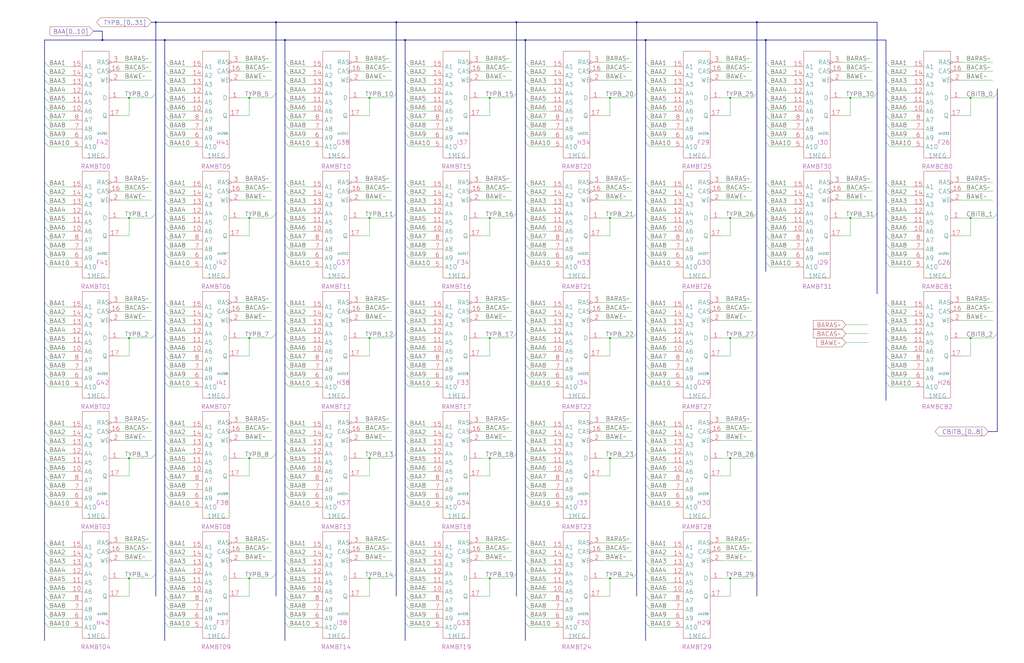
<source format=kicad_sch>
(kicad_sch (version 20250114) (generator "eeschema") (generator_version "9.0")
  (paper "User" 584.2 378.46)
  (title_block (title "PLANEB DYNAMIC RAMS\\nTYPE BITS 0-31\\nCHECK BITS 0-2") (date "08-MAR-90") (rev "0.0") (comment 1 "MEM32 BOARD") (comment 2 "232-003066") (comment 3 "S400") (comment 4 "RELEASED"))
  (junction (at 73.66 261.62))
  (junction (at 347.98 330.2))
  (junction (at 58.42 22.86))
  (junction (at 88.9 12.7))
  (junction (at 162.56 22.86))
  (junction (at 347.98 124.46))
  (junction (at 368.3 22.86))
  (junction (at 73.66 124.46))
  (junction (at 226.06 12.7))
  (junction (at 279.4 261.62))
  (junction (at 279.4 193.04))
  (junction (at 416.56 330.2))
  (junction (at 157.48 12.7))
  (junction (at 73.66 193.04))
  (junction (at 210.82 261.62))
  (junction (at 553.72 124.46))
  (junction (at 485.14 55.88))
  (junction (at 436.88 22.86))
  (junction (at 416.56 55.88))
  (junction (at 231.14 22.86))
  (junction (at 73.66 330.2))
  (junction (at 142.24 330.2))
  (junction (at 363.22 12.7))
  (junction (at 279.4 124.46))
  (junction (at 299.72 22.86))
  (junction (at 347.98 55.88))
  (junction (at 347.98 193.04))
  (junction (at 210.82 193.04))
  (junction (at 416.56 193.04))
  (junction (at 416.56 124.46))
  (junction (at 553.72 193.04))
  (junction (at 347.98 261.62))
  (junction (at 416.56 261.62))
  (junction (at 142.24 261.62))
  (junction (at 142.24 193.04))
  (junction (at 279.4 330.2))
  (junction (at 431.8 12.7))
  (junction (at 210.82 330.2))
  (junction (at 142.24 124.46))
  (junction (at 553.72 55.88))
  (junction (at 210.82 55.88))
  (junction (at 93.98 22.86))
  (junction (at 210.82 124.46))
  (junction (at 294.64 12.7))
  (junction (at 279.4 55.88))
  (junction (at 142.24 55.88))
  (junction (at 485.14 124.46))
  (junction (at 73.66 55.88))
  (bus_entry (at 368.3 208.28) (size 2.54 2.54))
  (bus_entry (at 368.3 355.6) (size 2.54 2.54))
  (bus_entry (at 231.14 271.78) (size 2.54 2.54))
  (bus_entry (at 93.98 198.12) (size 2.54 2.54))
  (bus_entry (at 93.98 335.28) (size 2.54 2.54))
  (bus_entry (at 231.14 60.96) (size 2.54 2.54))
  (bus_entry (at 93.98 325.12) (size 2.54 2.54))
  (bus_entry (at 162.56 345.44) (size 2.54 2.54))
  (bus_entry (at 436.88 40.64) (size 2.54 2.54))
  (bus_entry (at 368.3 149.86) (size 2.54 2.54))
  (bus_entry (at 505.46 198.12) (size 2.54 2.54))
  (bus_entry (at 299.72 208.28) (size 2.54 2.54))
  (bus_entry (at 231.14 45.72) (size 2.54 2.54))
  (bus_entry (at 368.3 40.64) (size 2.54 2.54))
  (bus_entry (at 436.88 55.88) (size 2.54 2.54))
  (bus_entry (at 500.38 53.34) (size -2.54 2.54))
  (bus_entry (at 505.46 119.38) (size 2.54 2.54))
  (bus_entry (at 363.22 53.34) (size -2.54 2.54))
  (bus_entry (at 25.4 309.88) (size 2.54 2.54))
  (bus_entry (at 505.46 208.28) (size 2.54 2.54))
  (bus_entry (at 368.3 325.12) (size 2.54 2.54))
  (bus_entry (at 436.88 60.96) (size 2.54 2.54))
  (bus_entry (at 436.88 76.2) (size 2.54 2.54))
  (bus_entry (at 162.56 256.54) (size 2.54 2.54))
  (bus_entry (at 368.3 320.04) (size 2.54 2.54))
  (bus_entry (at 368.3 144.78) (size 2.54 2.54))
  (bus_entry (at 368.3 276.86) (size 2.54 2.54))
  (bus_entry (at 93.98 172.72) (size 2.54 2.54))
  (bus_entry (at 25.4 45.72) (size 2.54 2.54))
  (bus_entry (at 25.4 60.96) (size 2.54 2.54))
  (bus_entry (at 162.56 287.02) (size 2.54 2.54))
  (bus_entry (at 368.3 198.12) (size 2.54 2.54))
  (bus_entry (at 505.46 203.2) (size 2.54 2.54))
  (bus_entry (at 436.88 124.46) (size 2.54 2.54))
  (bus_entry (at 368.3 309.88) (size 2.54 2.54))
  (bus_entry (at 231.14 218.44) (size 2.54 2.54))
  (bus_entry (at 162.56 81.28) (size 2.54 2.54))
  (bus_entry (at 368.3 335.28) (size 2.54 2.54))
  (bus_entry (at 299.72 320.04) (size 2.54 2.54))
  (bus_entry (at 25.4 109.22) (size 2.54 2.54))
  (bus_entry (at 368.3 213.36) (size 2.54 2.54))
  (bus_entry (at 162.56 251.46) (size 2.54 2.54))
  (bus_entry (at 231.14 241.3) (size 2.54 2.54))
  (bus_entry (at 25.4 287.02) (size 2.54 2.54))
  (bus_entry (at 93.98 213.36) (size 2.54 2.54))
  (bus_entry (at 231.14 266.7) (size 2.54 2.54))
  (bus_entry (at 93.98 208.28) (size 2.54 2.54))
  (bus_entry (at 368.3 350.52) (size 2.54 2.54))
  (bus_entry (at 88.9 121.92) (size -2.54 2.54))
  (bus_entry (at 93.98 218.44) (size 2.54 2.54))
  (bus_entry (at 25.4 71.12) (size 2.54 2.54))
  (bus_entry (at 505.46 40.64) (size 2.54 2.54))
  (bus_entry (at 157.48 259.08) (size -2.54 2.54))
  (bus_entry (at 299.72 193.04) (size 2.54 2.54))
  (bus_entry (at 436.88 71.12) (size 2.54 2.54))
  (bus_entry (at 162.56 276.86) (size 2.54 2.54))
  (bus_entry (at 162.56 50.8) (size 2.54 2.54))
  (bus_entry (at 368.3 218.44) (size 2.54 2.54))
  (bus_entry (at 505.46 45.72) (size 2.54 2.54))
  (bus_entry (at 226.06 53.34) (size -2.54 2.54))
  (bus_entry (at 505.46 76.2) (size 2.54 2.54))
  (bus_entry (at 93.98 129.54) (size 2.54 2.54))
  (bus_entry (at 436.88 66.04) (size 2.54 2.54))
  (bus_entry (at 25.4 114.3) (size 2.54 2.54))
  (bus_entry (at 294.64 327.66) (size -2.54 2.54))
  (bus_entry (at 93.98 104.14) (size 2.54 2.54))
  (bus_entry (at 368.3 330.2) (size 2.54 2.54))
  (bus_entry (at 25.4 261.62) (size 2.54 2.54))
  (bus_entry (at 162.56 35.56) (size 2.54 2.54))
  (bus_entry (at 25.4 76.2) (size 2.54 2.54))
  (bus_entry (at 436.88 134.62) (size 2.54 2.54))
  (bus_entry (at 299.72 35.56) (size 2.54 2.54))
  (bus_entry (at 294.64 259.08) (size -2.54 2.54))
  (bus_entry (at 299.72 261.62) (size 2.54 2.54))
  (bus_entry (at 231.14 35.56) (size 2.54 2.54))
  (bus_entry (at 231.14 187.96) (size 2.54 2.54))
  (bus_entry (at 299.72 213.36) (size 2.54 2.54))
  (bus_entry (at 162.56 208.28) (size 2.54 2.54))
  (bus_entry (at 505.46 177.8) (size 2.54 2.54))
  (bus_entry (at 299.72 271.78) (size 2.54 2.54))
  (bus_entry (at 368.3 266.7) (size 2.54 2.54))
  (bus_entry (at 162.56 76.2) (size 2.54 2.54))
  (bus_entry (at 368.3 203.2) (size 2.54 2.54))
  (bus_entry (at 299.72 119.38) (size 2.54 2.54))
  (bus_entry (at 25.4 241.3) (size 2.54 2.54))
  (bus_entry (at 368.3 50.8) (size 2.54 2.54))
  (bus_entry (at 231.14 281.94) (size 2.54 2.54))
  (bus_entry (at 25.4 177.8) (size 2.54 2.54))
  (bus_entry (at 93.98 187.96) (size 2.54 2.54))
  (bus_entry (at 505.46 129.54) (size 2.54 2.54))
  (bus_entry (at 226.06 121.92) (size -2.54 2.54))
  (bus_entry (at 93.98 124.46) (size 2.54 2.54))
  (bus_entry (at 25.4 119.38) (size 2.54 2.54))
  (bus_entry (at 93.98 203.2) (size 2.54 2.54))
  (bus_entry (at 93.98 246.38) (size 2.54 2.54))
  (bus_entry (at 93.98 287.02) (size 2.54 2.54))
  (bus_entry (at 299.72 314.96) (size 2.54 2.54))
  (bus_entry (at 368.3 287.02) (size 2.54 2.54))
  (bus_entry (at 25.4 251.46) (size 2.54 2.54))
  (bus_entry (at 299.72 109.22) (size 2.54 2.54))
  (bus_entry (at 505.46 35.56) (size 2.54 2.54))
  (bus_entry (at 231.14 114.3) (size 2.54 2.54))
  (bus_entry (at 162.56 355.6) (size 2.54 2.54))
  (bus_entry (at 25.4 35.56) (size 2.54 2.54))
  (bus_entry (at 162.56 320.04) (size 2.54 2.54))
  (bus_entry (at 505.46 55.88) (size 2.54 2.54))
  (bus_entry (at 162.56 104.14) (size 2.54 2.54))
  (bus_entry (at 93.98 340.36) (size 2.54 2.54))
  (bus_entry (at 25.4 134.62) (size 2.54 2.54))
  (bus_entry (at 505.46 149.86) (size 2.54 2.54))
  (bus_entry (at 299.72 203.2) (size 2.54 2.54))
  (bus_entry (at 231.14 256.54) (size 2.54 2.54))
  (bus_entry (at 162.56 350.52) (size 2.54 2.54))
  (bus_entry (at 25.4 129.54) (size 2.54 2.54))
  (bus_entry (at 368.3 104.14) (size 2.54 2.54))
  (bus_entry (at 299.72 134.62) (size 2.54 2.54))
  (bus_entry (at 93.98 109.22) (size 2.54 2.54))
  (bus_entry (at 436.88 149.86) (size 2.54 2.54))
  (bus_entry (at 25.4 218.44) (size 2.54 2.54))
  (bus_entry (at 162.56 261.62) (size 2.54 2.54))
  (bus_entry (at 231.14 340.36) (size 2.54 2.54))
  (bus_entry (at 231.14 309.88) (size 2.54 2.54))
  (bus_entry (at 231.14 109.22) (size 2.54 2.54))
  (bus_entry (at 25.4 281.94) (size 2.54 2.54))
  (bus_entry (at 431.8 190.5) (size -2.54 2.54))
  (bus_entry (at 368.3 129.54) (size 2.54 2.54))
  (bus_entry (at 93.98 261.62) (size 2.54 2.54))
  (bus_entry (at 25.4 314.96) (size 2.54 2.54))
  (bus_entry (at 299.72 355.6) (size 2.54 2.54))
  (bus_entry (at 93.98 241.3) (size 2.54 2.54))
  (bus_entry (at 93.98 320.04) (size 2.54 2.54))
  (bus_entry (at 162.56 193.04) (size 2.54 2.54))
  (bus_entry (at 162.56 109.22) (size 2.54 2.54))
  (bus_entry (at 368.3 81.28) (size 2.54 2.54))
  (bus_entry (at 25.4 246.38) (size 2.54 2.54))
  (bus_entry (at 231.14 139.7) (size 2.54 2.54))
  (bus_entry (at 88.9 53.34) (size -2.54 2.54))
  (bus_entry (at 231.14 335.28) (size 2.54 2.54))
  (bus_entry (at 368.3 261.62) (size 2.54 2.54))
  (bus_entry (at 162.56 134.62) (size 2.54 2.54))
  (bus_entry (at 93.98 139.7) (size 2.54 2.54))
  (bus_entry (at 231.14 40.64) (size 2.54 2.54))
  (bus_entry (at 299.72 281.94) (size 2.54 2.54))
  (bus_entry (at 299.72 218.44) (size 2.54 2.54))
  (bus_entry (at 231.14 172.72) (size 2.54 2.54))
  (bus_entry (at 299.72 40.64) (size 2.54 2.54))
  (bus_entry (at 299.72 177.8) (size 2.54 2.54))
  (bus_entry (at 93.98 256.54) (size 2.54 2.54))
  (bus_entry (at 231.14 198.12) (size 2.54 2.54))
  (bus_entry (at 299.72 55.88) (size 2.54 2.54))
  (bus_entry (at 162.56 124.46) (size 2.54 2.54))
  (bus_entry (at 25.4 276.86) (size 2.54 2.54))
  (bus_entry (at 299.72 251.46) (size 2.54 2.54))
  (bus_entry (at 299.72 71.12) (size 2.54 2.54))
  (bus_entry (at 231.14 325.12) (size 2.54 2.54))
  (bus_entry (at 93.98 309.88) (size 2.54 2.54))
  (bus_entry (at 226.06 190.5) (size -2.54 2.54))
  (bus_entry (at 436.88 45.72) (size 2.54 2.54))
  (bus_entry (at 93.98 134.62) (size 2.54 2.54))
  (bus_entry (at 93.98 271.78) (size 2.54 2.54))
  (bus_entry (at 299.72 187.96) (size 2.54 2.54))
  (bus_entry (at 505.46 144.78) (size 2.54 2.54))
  (bus_entry (at 25.4 350.52) (size 2.54 2.54))
  (bus_entry (at 368.3 71.12) (size 2.54 2.54))
  (bus_entry (at 157.48 327.66) (size -2.54 2.54))
  (bus_entry (at 162.56 114.3) (size 2.54 2.54))
  (bus_entry (at 299.72 66.04) (size 2.54 2.54))
  (bus_entry (at 568.96 121.92) (size -2.54 2.54))
  (bus_entry (at 368.3 246.38) (size 2.54 2.54))
  (bus_entry (at 500.38 121.92) (size -2.54 2.54))
  (bus_entry (at 93.98 119.38) (size 2.54 2.54))
  (bus_entry (at 25.4 325.12) (size 2.54 2.54))
  (bus_entry (at 93.98 345.44) (size 2.54 2.54))
  (bus_entry (at 436.88 119.38) (size 2.54 2.54))
  (bus_entry (at 299.72 76.2) (size 2.54 2.54))
  (bus_entry (at 368.3 340.36) (size 2.54 2.54))
  (bus_entry (at 162.56 45.72) (size 2.54 2.54))
  (bus_entry (at 88.9 327.66) (size -2.54 2.54))
  (bus_entry (at 431.8 53.34) (size -2.54 2.54))
  (bus_entry (at 25.4 149.86) (size 2.54 2.54))
  (bus_entry (at 368.3 35.56) (size 2.54 2.54))
  (bus_entry (at 157.48 53.34) (size -2.54 2.54))
  (bus_entry (at 25.4 124.46) (size 2.54 2.54))
  (bus_entry (at 93.98 76.2) (size 2.54 2.54))
  (bus_entry (at 431.8 121.92) (size -2.54 2.54))
  (bus_entry (at 162.56 266.7) (size 2.54 2.54))
  (bus_entry (at 231.14 177.8) (size 2.54 2.54))
  (bus_entry (at 505.46 182.88) (size 2.54 2.54))
  (bus_entry (at 25.4 320.04) (size 2.54 2.54))
  (bus_entry (at 25.4 193.04) (size 2.54 2.54))
  (bus_entry (at 231.14 76.2) (size 2.54 2.54))
  (bus_entry (at 162.56 40.64) (size 2.54 2.54))
  (bus_entry (at 299.72 266.7) (size 2.54 2.54))
  (bus_entry (at 505.46 124.46) (size 2.54 2.54))
  (bus_entry (at 162.56 187.96) (size 2.54 2.54))
  (bus_entry (at 294.64 121.92) (size -2.54 2.54))
  (bus_entry (at 368.3 241.3) (size 2.54 2.54))
  (bus_entry (at 368.3 60.96) (size 2.54 2.54))
  (bus_entry (at 231.14 208.28) (size 2.54 2.54))
  (bus_entry (at 368.3 114.3) (size 2.54 2.54))
  (bus_entry (at 162.56 71.12) (size 2.54 2.54))
  (bus_entry (at 299.72 129.54) (size 2.54 2.54))
  (bus_entry (at 299.72 114.3) (size 2.54 2.54))
  (bus_entry (at 162.56 314.96) (size 2.54 2.54))
  (bus_entry (at 231.14 81.28) (size 2.54 2.54))
  (bus_entry (at 162.56 177.8) (size 2.54 2.54))
  (bus_entry (at 505.46 71.12) (size 2.54 2.54))
  (bus_entry (at 93.98 193.04) (size 2.54 2.54))
  (bus_entry (at 162.56 241.3) (size 2.54 2.54))
  (bus_entry (at 25.4 198.12) (size 2.54 2.54))
  (bus_entry (at 231.14 246.38) (size 2.54 2.54))
  (bus_entry (at 25.4 213.36) (size 2.54 2.54))
  (bus_entry (at 299.72 287.02) (size 2.54 2.54))
  (bus_entry (at 363.22 327.66) (size -2.54 2.54))
  (bus_entry (at 299.72 172.72) (size 2.54 2.54))
  (bus_entry (at 93.98 177.8) (size 2.54 2.54))
  (bus_entry (at 299.72 45.72) (size 2.54 2.54))
  (bus_entry (at 25.4 66.04) (size 2.54 2.54))
  (bus_entry (at 299.72 340.36) (size 2.54 2.54))
  (bus_entry (at 231.14 287.02) (size 2.54 2.54))
  (bus_entry (at 231.14 193.04) (size 2.54 2.54))
  (bus_entry (at 162.56 149.86) (size 2.54 2.54))
  (bus_entry (at 162.56 66.04) (size 2.54 2.54))
  (bus_entry (at 162.56 325.12) (size 2.54 2.54))
  (bus_entry (at 505.46 104.14) (size 2.54 2.54))
  (bus_entry (at 231.14 251.46) (size 2.54 2.54))
  (bus_entry (at 231.14 66.04) (size 2.54 2.54))
  (bus_entry (at 25.4 187.96) (size 2.54 2.54))
  (bus_entry (at 294.64 53.34) (size -2.54 2.54))
  (bus_entry (at 363.22 190.5) (size -2.54 2.54))
  (bus_entry (at 25.4 182.88) (size 2.54 2.54))
  (bus_entry (at 231.14 203.2) (size 2.54 2.54))
  (bus_entry (at 162.56 203.2) (size 2.54 2.54))
  (bus_entry (at 294.64 190.5) (size -2.54 2.54))
  (bus_entry (at 505.46 50.8) (size 2.54 2.54))
  (bus_entry (at 162.56 119.38) (size 2.54 2.54))
  (bus_entry (at 162.56 55.88) (size 2.54 2.54))
  (bus_entry (at 505.46 66.04) (size 2.54 2.54))
  (bus_entry (at 368.3 109.22) (size 2.54 2.54))
  (bus_entry (at 363.22 259.08) (size -2.54 2.54))
  (bus_entry (at 231.14 276.86) (size 2.54 2.54))
  (bus_entry (at 436.88 35.56) (size 2.54 2.54))
  (bus_entry (at 368.3 177.8) (size 2.54 2.54))
  (bus_entry (at 25.4 55.88) (size 2.54 2.54))
  (bus_entry (at 93.98 71.12) (size 2.54 2.54))
  (bus_entry (at 368.3 256.54) (size 2.54 2.54))
  (bus_entry (at 299.72 335.28) (size 2.54 2.54))
  (bus_entry (at 299.72 124.46) (size 2.54 2.54))
  (bus_entry (at 25.4 340.36) (size 2.54 2.54))
  (bus_entry (at 231.14 320.04) (size 2.54 2.54))
  (bus_entry (at 299.72 139.7) (size 2.54 2.54))
  (bus_entry (at 231.14 124.46) (size 2.54 2.54))
  (bus_entry (at 436.88 139.7) (size 2.54 2.54))
  (bus_entry (at 436.88 109.22) (size 2.54 2.54))
  (bus_entry (at 162.56 139.7) (size 2.54 2.54))
  (bus_entry (at 25.4 144.78) (size 2.54 2.54))
  (bus_entry (at 25.4 172.72) (size 2.54 2.54))
  (bus_entry (at 299.72 104.14) (size 2.54 2.54))
  (bus_entry (at 162.56 182.88) (size 2.54 2.54))
  (bus_entry (at 25.4 335.28) (size 2.54 2.54))
  (bus_entry (at 299.72 309.88) (size 2.54 2.54))
  (bus_entry (at 93.98 355.6) (size 2.54 2.54))
  (bus_entry (at 505.46 218.44) (size 2.54 2.54))
  (bus_entry (at 162.56 246.38) (size 2.54 2.54))
  (bus_entry (at 162.56 271.78) (size 2.54 2.54))
  (bus_entry (at 231.14 213.36) (size 2.54 2.54))
  (bus_entry (at 436.88 114.3) (size 2.54 2.54))
  (bus_entry (at 299.72 276.86) (size 2.54 2.54))
  (bus_entry (at 368.3 314.96) (size 2.54 2.54))
  (bus_entry (at 436.88 81.28) (size 2.54 2.54))
  (bus_entry (at 93.98 114.3) (size 2.54 2.54))
  (bus_entry (at 299.72 325.12) (size 2.54 2.54))
  (bus_entry (at 368.3 119.38) (size 2.54 2.54))
  (bus_entry (at 162.56 218.44) (size 2.54 2.54))
  (bus_entry (at 368.3 345.44) (size 2.54 2.54))
  (bus_entry (at 88.9 190.5) (size -2.54 2.54))
  (bus_entry (at 231.14 261.62) (size 2.54 2.54))
  (bus_entry (at 431.8 259.08) (size -2.54 2.54))
  (bus_entry (at 505.46 193.04) (size 2.54 2.54))
  (bus_entry (at 299.72 345.44) (size 2.54 2.54))
  (bus_entry (at 93.98 55.88) (size 2.54 2.54))
  (bus_entry (at 226.06 327.66) (size -2.54 2.54))
  (bus_entry (at 231.14 330.2) (size 2.54 2.54))
  (bus_entry (at 93.98 40.64) (size 2.54 2.54))
  (bus_entry (at 363.22 121.92) (size -2.54 2.54))
  (bus_entry (at 368.3 124.46) (size 2.54 2.54))
  (bus_entry (at 299.72 60.96) (size 2.54 2.54))
  (bus_entry (at 88.9 259.08) (size -2.54 2.54))
  (bus_entry (at 25.4 208.28) (size 2.54 2.54))
  (bus_entry (at 436.88 104.14) (size 2.54 2.54))
  (bus_entry (at 431.8 327.66) (size -2.54 2.54))
  (bus_entry (at 505.46 81.28) (size 2.54 2.54))
  (bus_entry (at 299.72 81.28) (size 2.54 2.54))
  (bus_entry (at 162.56 129.54) (size 2.54 2.54))
  (bus_entry (at 231.14 345.44) (size 2.54 2.54))
  (bus_entry (at 157.48 121.92) (size -2.54 2.54))
  (bus_entry (at 505.46 172.72) (size 2.54 2.54))
  (bus_entry (at 299.72 256.54) (size 2.54 2.54))
  (bus_entry (at 368.3 172.72) (size 2.54 2.54))
  (bus_entry (at 93.98 60.96) (size 2.54 2.54))
  (bus_entry (at 25.4 203.2) (size 2.54 2.54))
  (bus_entry (at 368.3 251.46) (size 2.54 2.54))
  (bus_entry (at 25.4 50.8) (size 2.54 2.54))
  (bus_entry (at 299.72 246.38) (size 2.54 2.54))
  (bus_entry (at 299.72 198.12) (size 2.54 2.54))
  (bus_entry (at 368.3 55.88) (size 2.54 2.54))
  (bus_entry (at 93.98 81.28) (size 2.54 2.54))
  (bus_entry (at 436.88 144.78) (size 2.54 2.54))
  (bus_entry (at 93.98 50.8) (size 2.54 2.54))
  (bus_entry (at 299.72 350.52) (size 2.54 2.54))
  (bus_entry (at 231.14 50.8) (size 2.54 2.54))
  (bus_entry (at 93.98 149.86) (size 2.54 2.54))
  (bus_entry (at 505.46 60.96) (size 2.54 2.54))
  (bus_entry (at 231.14 129.54) (size 2.54 2.54))
  (bus_entry (at 162.56 60.96) (size 2.54 2.54))
  (bus_entry (at 299.72 149.86) (size 2.54 2.54))
  (bus_entry (at 299.72 144.78) (size 2.54 2.54))
  (bus_entry (at 162.56 330.2) (size 2.54 2.54))
  (bus_entry (at 231.14 182.88) (size 2.54 2.54))
  (bus_entry (at 368.3 187.96) (size 2.54 2.54))
  (bus_entry (at 93.98 281.94) (size 2.54 2.54))
  (bus_entry (at 368.3 193.04) (size 2.54 2.54))
  (bus_entry (at 162.56 198.12) (size 2.54 2.54))
  (bus_entry (at 93.98 266.7) (size 2.54 2.54))
  (bus_entry (at 231.14 104.14) (size 2.54 2.54))
  (bus_entry (at 93.98 35.56) (size 2.54 2.54))
  (bus_entry (at 157.48 190.5) (size -2.54 2.54))
  (bus_entry (at 25.4 330.2) (size 2.54 2.54))
  (bus_entry (at 231.14 350.52) (size 2.54 2.54))
  (bus_entry (at 568.96 190.5) (size -2.54 2.54))
  (bus_entry (at 368.3 45.72) (size 2.54 2.54))
  (bus_entry (at 505.46 139.7) (size 2.54 2.54))
  (bus_entry (at 368.3 66.04) (size 2.54 2.54))
  (bus_entry (at 93.98 144.78) (size 2.54 2.54))
  (bus_entry (at 505.46 109.22) (size 2.54 2.54))
  (bus_entry (at 505.46 213.36) (size 2.54 2.54))
  (bus_entry (at 368.3 76.2) (size 2.54 2.54))
  (bus_entry (at 25.4 266.7) (size 2.54 2.54))
  (bus_entry (at 93.98 182.88) (size 2.54 2.54))
  (bus_entry (at 368.3 139.7) (size 2.54 2.54))
  (bus_entry (at 93.98 330.2) (size 2.54 2.54))
  (bus_entry (at 368.3 281.94) (size 2.54 2.54))
  (bus_entry (at 368.3 271.78) (size 2.54 2.54))
  (bus_entry (at 299.72 50.8) (size 2.54 2.54))
  (bus_entry (at 25.4 40.64) (size 2.54 2.54))
  (bus_entry (at 93.98 350.52) (size 2.54 2.54))
  (bus_entry (at 25.4 271.78) (size 2.54 2.54))
  (bus_entry (at 226.06 259.08) (size -2.54 2.54))
  (bus_entry (at 93.98 66.04) (size 2.54 2.54))
  (bus_entry (at 93.98 314.96) (size 2.54 2.54))
  (bus_entry (at 25.4 256.54) (size 2.54 2.54))
  (bus_entry (at 25.4 104.14) (size 2.54 2.54))
  (bus_entry (at 93.98 45.72) (size 2.54 2.54))
  (bus_entry (at 299.72 330.2) (size 2.54 2.54))
  (bus_entry (at 93.98 251.46) (size 2.54 2.54))
  (bus_entry (at 162.56 144.78) (size 2.54 2.54))
  (bus_entry (at 25.4 139.7) (size 2.54 2.54))
  (bus_entry (at 231.14 314.96) (size 2.54 2.54))
  (bus_entry (at 231.14 355.6) (size 2.54 2.54))
  (bus_entry (at 299.72 241.3) (size 2.54 2.54))
  (bus_entry (at 231.14 149.86) (size 2.54 2.54))
  (bus_entry (at 25.4 345.44) (size 2.54 2.54))
  (bus_entry (at 162.56 309.88) (size 2.54 2.54))
  (bus_entry (at 436.88 129.54) (size 2.54 2.54))
  (bus_entry (at 162.56 335.28) (size 2.54 2.54))
  (bus_entry (at 25.4 355.6) (size 2.54 2.54))
  (bus_entry (at 505.46 187.96) (size 2.54 2.54))
  (bus_entry (at 505.46 114.3) (size 2.54 2.54))
  (bus_entry (at 368.3 134.62) (size 2.54 2.54))
  (bus_entry (at 231.14 134.62) (size 2.54 2.54))
  (bus_entry (at 231.14 71.12) (size 2.54 2.54))
  (bus_entry (at 162.56 340.36) (size 2.54 2.54))
  (bus_entry (at 299.72 182.88) (size 2.54 2.54))
  (bus_entry (at 436.88 50.8) (size 2.54 2.54))
  (bus_entry (at 568.96 53.34) (size -2.54 2.54))
  (bus_entry (at 162.56 213.36) (size 2.54 2.54))
  (bus_entry (at 368.3 182.88) (size 2.54 2.54))
  (bus_entry (at 162.56 172.72) (size 2.54 2.54))
  (bus_entry (at 231.14 55.88) (size 2.54 2.54))
  (bus_entry (at 93.98 276.86) (size 2.54 2.54))
  (bus_entry (at 162.56 281.94) (size 2.54 2.54))
  (bus_entry (at 231.14 119.38) (size 2.54 2.54))
  (bus_entry (at 25.4 81.28) (size 2.54 2.54))
  (bus_entry (at 231.14 144.78) (size 2.54 2.54))
  (bus_entry (at 505.46 134.62) (size 2.54 2.54))
  (wire (pts (xy 480.06 40.64) (xy 497.84 40.64)))
  (wire (pts (xy 142.24 134.62) (xy 142.24 124.46)))
  (bus (pts (xy 157.48 190.5) (xy 157.48 259.08)))
  (wire (pts (xy 347.98 66.04) (xy 347.98 55.88)))
  (wire (pts (xy 485.14 55.88) (xy 497.84 55.88)))
  (bus (pts (xy 231.14 281.94) (xy 231.14 287.02)))
  (wire (pts (xy 27.94 337.82) (xy 40.64 337.82)))
  (wire (pts (xy 96.52 342.9) (xy 109.22 342.9)))
  (bus (pts (xy 93.98 172.72) (xy 93.98 177.8)))
  (bus (pts (xy 93.98 149.86) (xy 93.98 172.72)))
  (wire (pts (xy 205.74 35.56) (xy 223.52 35.56)))
  (wire (pts (xy 68.58 203.2) (xy 73.66 203.2)))
  (bus (pts (xy 368.3 314.96) (xy 368.3 320.04)))
  (wire (pts (xy 279.4 193.04) (xy 292.1 193.04)))
  (wire (pts (xy 508 106.68) (xy 520.7 106.68)))
  (wire (pts (xy 482.6 195.58) (xy 495.3 195.58)))
  (wire (pts (xy 73.66 340.36) (xy 73.66 330.2)))
  (bus (pts (xy 568.96 50.8) (xy 568.96 53.34)))
  (wire (pts (xy 342.9 203.2) (xy 347.98 203.2)))
  (wire (pts (xy 370.84 337.82) (xy 383.54 337.82)))
  (wire (pts (xy 142.24 271.78) (xy 142.24 261.62)))
  (wire (pts (xy 274.32 251.46) (xy 292.1 251.46)))
  (wire (pts (xy 370.84 127) (xy 383.54 127)))
  (wire (pts (xy 27.94 327.66) (xy 40.64 327.66)))
  (wire (pts (xy 96.52 353.06) (xy 109.22 353.06)))
  (wire (pts (xy 96.52 106.68) (xy 109.22 106.68)))
  (bus (pts (xy 25.4 35.56) (xy 25.4 40.64)))
  (bus (pts (xy 93.98 350.52) (xy 93.98 355.6)))
  (wire (pts (xy 508 111.76) (xy 520.7 111.76)))
  (bus (pts (xy 500.38 53.34) (xy 500.38 121.92)))
  (wire (pts (xy 274.32 314.96) (xy 292.1 314.96)))
  (bus (pts (xy 294.64 12.7) (xy 363.22 12.7)))
  (wire (pts (xy 96.52 152.4) (xy 109.22 152.4)))
  (wire (pts (xy 302.26 116.84) (xy 314.96 116.84)))
  (wire (pts (xy 411.48 241.3) (xy 429.26 241.3)))
  (wire (pts (xy 411.48 320.04) (xy 429.26 320.04)))
  (bus (pts (xy 505.46 104.14) (xy 505.46 109.22)))
  (wire (pts (xy 508 43.18) (xy 520.7 43.18)))
  (wire (pts (xy 165.1 358.14) (xy 177.8 358.14)))
  (bus (pts (xy 93.98 177.8) (xy 93.98 182.88)))
  (wire (pts (xy 27.94 353.06) (xy 40.64 353.06)))
  (wire (pts (xy 210.82 261.62) (xy 223.52 261.62)))
  (wire (pts (xy 347.98 193.04) (xy 360.68 193.04)))
  (wire (pts (xy 27.94 111.76) (xy 40.64 111.76)))
  (wire (pts (xy 411.48 114.3) (xy 429.26 114.3)))
  (wire (pts (xy 205.74 261.62) (xy 210.82 261.62)))
  (wire (pts (xy 233.68 215.9) (xy 246.38 215.9)))
  (bus (pts (xy 88.9 53.34) (xy 88.9 121.92)))
  (wire (pts (xy 96.52 279.4) (xy 109.22 279.4)))
  (wire (pts (xy 165.1 254) (xy 177.8 254)))
  (bus (pts (xy 368.3 134.62) (xy 368.3 139.7)))
  (bus (pts (xy 25.4 309.88) (xy 25.4 314.96)))
  (wire (pts (xy 411.48 66.04) (xy 416.56 66.04)))
  (wire (pts (xy 302.26 185.42) (xy 314.96 185.42)))
  (bus (pts (xy 25.4 22.86) (xy 25.4 35.56)))
  (bus (pts (xy 368.3 261.62) (xy 368.3 266.7)))
  (wire (pts (xy 165.1 147.32) (xy 177.8 147.32)))
  (wire (pts (xy 411.48 35.56) (xy 429.26 35.56)))
  (bus (pts (xy 162.56 218.44) (xy 162.56 241.3)))
  (wire (pts (xy 342.9 124.46) (xy 347.98 124.46)))
  (wire (pts (xy 27.94 195.58) (xy 40.64 195.58)))
  (wire (pts (xy 508 205.74) (xy 520.7 205.74)))
  (wire (pts (xy 508 121.92) (xy 520.7 121.92)))
  (wire (pts (xy 96.52 132.08) (xy 109.22 132.08)))
  (wire (pts (xy 302.26 152.4) (xy 314.96 152.4)))
  (bus (pts (xy 25.4 218.44) (xy 25.4 241.3)))
  (wire (pts (xy 302.26 243.84) (xy 314.96 243.84)))
  (wire (pts (xy 27.94 358.14) (xy 40.64 358.14)))
  (wire (pts (xy 508 195.58) (xy 520.7 195.58)))
  (wire (pts (xy 142.24 330.2) (xy 154.94 330.2)))
  (bus (pts (xy 431.8 190.5) (xy 431.8 259.08)))
  (wire (pts (xy 68.58 340.36) (xy 73.66 340.36)))
  (bus (pts (xy 505.46 208.28) (xy 505.46 213.36)))
  (bus (pts (xy 368.3 187.96) (xy 368.3 193.04)))
  (bus (pts (xy 25.4 66.04) (xy 25.4 71.12)))
  (bus (pts (xy 363.22 259.08) (xy 363.22 327.66)))
  (bus (pts (xy 226.06 12.7) (xy 226.06 53.34)))
  (wire (pts (xy 342.9 172.72) (xy 360.68 172.72)))
  (bus (pts (xy 25.4 114.3) (xy 25.4 119.38)))
  (wire (pts (xy 137.16 330.2) (xy 142.24 330.2)))
  (wire (pts (xy 137.16 55.88) (xy 142.24 55.88)))
  (bus (pts (xy 436.88 71.12) (xy 436.88 76.2)))
  (wire (pts (xy 508 200.66) (xy 520.7 200.66)))
  (bus (pts (xy 25.4 193.04) (xy 25.4 198.12)))
  (wire (pts (xy 302.26 284.48) (xy 314.96 284.48)))
  (bus (pts (xy 294.64 327.66) (xy 294.64 340.36)))
  (wire (pts (xy 96.52 327.66) (xy 109.22 327.66)))
  (bus (pts (xy 231.14 266.7) (xy 231.14 271.78)))
  (wire (pts (xy 411.48 203.2) (xy 416.56 203.2)))
  (bus (pts (xy 88.9 12.7) (xy 157.48 12.7)))
  (wire (pts (xy 96.52 332.74) (xy 109.22 332.74)))
  (bus (pts (xy 505.46 55.88) (xy 505.46 60.96)))
  (wire (pts (xy 68.58 261.62) (xy 73.66 261.62)))
  (bus (pts (xy 299.72 256.54) (xy 299.72 261.62)))
  (bus (pts (xy 93.98 198.12) (xy 93.98 203.2)))
  (wire (pts (xy 165.1 127) (xy 177.8 127)))
  (wire (pts (xy 370.84 68.58) (xy 383.54 68.58)))
  (wire (pts (xy 137.16 340.36) (xy 142.24 340.36)))
  (wire (pts (xy 165.1 195.58) (xy 177.8 195.58)))
  (wire (pts (xy 68.58 177.8) (xy 86.36 177.8)))
  (bus (pts (xy 93.98 35.56) (xy 93.98 40.64)))
  (wire (pts (xy 165.1 284.48) (xy 177.8 284.48)))
  (wire (pts (xy 370.84 185.42) (xy 383.54 185.42)))
  (wire (pts (xy 233.68 127) (xy 246.38 127)))
  (wire (pts (xy 370.84 137.16) (xy 383.54 137.16)))
  (wire (pts (xy 27.94 180.34) (xy 40.64 180.34)))
  (wire (pts (xy 27.94 342.9) (xy 40.64 342.9)))
  (wire (pts (xy 508 137.16) (xy 520.7 137.16)))
  (bus (pts (xy 231.14 40.64) (xy 231.14 45.72)))
  (wire (pts (xy 439.42 111.76) (xy 452.12 111.76)))
  (bus (pts (xy 162.56 213.36) (xy 162.56 218.44)))
  (wire (pts (xy 411.48 261.62) (xy 416.56 261.62)))
  (bus (pts (xy 505.46 139.7) (xy 505.46 144.78)))
  (wire (pts (xy 439.42 132.08) (xy 452.12 132.08)))
  (bus (pts (xy 162.56 22.86) (xy 231.14 22.86)))
  (bus (pts (xy 294.64 190.5) (xy 294.64 259.08)))
  (bus (pts (xy 231.14 218.44) (xy 231.14 241.3)))
  (bus (pts (xy 25.4 172.72) (xy 25.4 177.8)))
  (wire (pts (xy 347.98 330.2) (xy 360.68 330.2)))
  (bus (pts (xy 505.46 182.88) (xy 505.46 187.96)))
  (bus (pts (xy 368.3 35.56) (xy 368.3 40.64)))
  (wire (pts (xy 27.94 132.08) (xy 40.64 132.08)))
  (bus (pts (xy 226.06 259.08) (xy 226.06 327.66)))
  (bus (pts (xy 294.64 121.92) (xy 294.64 190.5)))
  (wire (pts (xy 142.24 55.88) (xy 154.94 55.88)))
  (wire (pts (xy 205.74 104.14) (xy 223.52 104.14)))
  (wire (pts (xy 205.74 182.88) (xy 223.52 182.88)))
  (wire (pts (xy 553.72 203.2) (xy 553.72 193.04)))
  (wire (pts (xy 274.32 104.14) (xy 292.1 104.14)))
  (wire (pts (xy 233.68 284.48) (xy 246.38 284.48)))
  (bus (pts (xy 436.88 66.04) (xy 436.88 71.12)))
  (wire (pts (xy 68.58 182.88) (xy 86.36 182.88)))
  (bus (pts (xy 162.56 144.78) (xy 162.56 149.86)))
  (bus (pts (xy 505.46 114.3) (xy 505.46 119.38)))
  (bus (pts (xy 25.4 124.46) (xy 25.4 129.54)))
  (wire (pts (xy 439.42 152.4) (xy 452.12 152.4)))
  (wire (pts (xy 302.26 58.42) (xy 314.96 58.42)))
  (bus (pts (xy 368.3 350.52) (xy 368.3 355.6)))
  (bus (pts (xy 93.98 104.14) (xy 93.98 109.22)))
  (wire (pts (xy 27.94 106.68) (xy 40.64 106.68)))
  (bus (pts (xy 231.14 261.62) (xy 231.14 266.7)))
  (wire (pts (xy 411.48 309.88) (xy 429.26 309.88)))
  (wire (pts (xy 96.52 116.84) (xy 109.22 116.84)))
  (bus (pts (xy 157.48 53.34) (xy 157.48 121.92)))
  (wire (pts (xy 142.24 203.2) (xy 142.24 193.04)))
  (bus (pts (xy 93.98 340.36) (xy 93.98 345.44)))
  (wire (pts (xy 347.98 124.46) (xy 360.68 124.46)))
  (wire (pts (xy 96.52 83.82) (xy 109.22 83.82)))
  (bus (pts (xy 436.88 45.72) (xy 436.88 50.8)))
  (wire (pts (xy 302.26 147.32) (xy 314.96 147.32)))
  (wire (pts (xy 96.52 220.98) (xy 109.22 220.98)))
  (bus (pts (xy 436.88 109.22) (xy 436.88 114.3)))
  (wire (pts (xy 165.1 337.82) (xy 177.8 337.82)))
  (wire (pts (xy 205.74 172.72) (xy 223.52 172.72)))
  (wire (pts (xy 27.94 53.34) (xy 40.64 53.34)))
  (wire (pts (xy 347.98 261.62) (xy 360.68 261.62)))
  (wire (pts (xy 302.26 353.06) (xy 314.96 353.06)))
  (wire (pts (xy 439.42 137.16) (xy 452.12 137.16)))
  (bus (pts (xy 299.72 81.28) (xy 299.72 104.14)))
  (wire (pts (xy 27.94 289.56) (xy 40.64 289.56)))
  (bus (pts (xy 25.4 287.02) (xy 25.4 309.88)))
  (wire (pts (xy 165.1 347.98) (xy 177.8 347.98)))
  (wire (pts (xy 370.84 332.74) (xy 383.54 332.74)))
  (bus (pts (xy 299.72 203.2) (xy 299.72 208.28)))
  (bus (pts (xy 162.56 134.62) (xy 162.56 139.7)))
  (wire (pts (xy 439.42 43.18) (xy 452.12 43.18)))
  (wire (pts (xy 370.84 274.32) (xy 383.54 274.32)))
  (wire (pts (xy 416.56 330.2) (xy 429.26 330.2)))
  (bus (pts (xy 436.88 40.64) (xy 436.88 45.72)))
  (wire (pts (xy 548.64 45.72) (xy 566.42 45.72)))
  (wire (pts (xy 165.1 43.18) (xy 177.8 43.18)))
  (wire (pts (xy 205.74 124.46) (xy 210.82 124.46)))
  (wire (pts (xy 96.52 38.1) (xy 109.22 38.1)))
  (bus (pts (xy 93.98 314.96) (xy 93.98 320.04)))
  (bus (pts (xy 368.3 45.72) (xy 368.3 50.8)))
  (bus (pts (xy 505.46 177.8) (xy 505.46 182.88)))
  (wire (pts (xy 205.74 241.3) (xy 223.52 241.3)))
  (wire (pts (xy 27.94 152.4) (xy 40.64 152.4)))
  (bus (pts (xy 299.72 218.44) (xy 299.72 241.3)))
  (wire (pts (xy 342.9 309.88) (xy 360.68 309.88)))
  (wire (pts (xy 302.26 83.82) (xy 314.96 83.82)))
  (wire (pts (xy 508 116.84) (xy 520.7 116.84)))
  (bus (pts (xy 231.14 287.02) (xy 231.14 309.88)))
  (bus (pts (xy 568.96 53.34) (xy 568.96 121.92)))
  (wire (pts (xy 411.48 182.88) (xy 429.26 182.88)))
  (wire (pts (xy 439.42 58.42) (xy 452.12 58.42)))
  (wire (pts (xy 165.1 264.16) (xy 177.8 264.16)))
  (wire (pts (xy 233.68 332.74) (xy 246.38 332.74)))
  (wire (pts (xy 411.48 314.96) (xy 429.26 314.96)))
  (wire (pts (xy 233.68 254) (xy 246.38 254)))
  (wire (pts (xy 205.74 340.36) (xy 210.82 340.36)))
  (bus (pts (xy 299.72 213.36) (xy 299.72 218.44)))
  (wire (pts (xy 96.52 48.26) (xy 109.22 48.26)))
  (bus (pts (xy 93.98 71.12) (xy 93.98 76.2)))
  (bus (pts (xy 368.3 60.96) (xy 368.3 66.04)))
  (wire (pts (xy 96.52 180.34) (xy 109.22 180.34)))
  (wire (pts (xy 508 210.82) (xy 520.7 210.82)))
  (wire (pts (xy 27.94 243.84) (xy 40.64 243.84)))
  (wire (pts (xy 274.32 66.04) (xy 279.4 66.04)))
  (wire (pts (xy 96.52 78.74) (xy 109.22 78.74)))
  (wire (pts (xy 480.06 114.3) (xy 497.84 114.3)))
  (bus (pts (xy 231.14 208.28) (xy 231.14 213.36)))
  (bus (pts (xy 162.56 208.28) (xy 162.56 213.36)))
  (bus (pts (xy 231.14 81.28) (xy 231.14 104.14)))
  (bus (pts (xy 505.46 172.72) (xy 505.46 177.8)))
  (wire (pts (xy 302.26 289.56) (xy 314.96 289.56)))
  (wire (pts (xy 205.74 177.8) (xy 223.52 177.8)))
  (wire (pts (xy 165.1 175.26) (xy 177.8 175.26)))
  (bus (pts (xy 25.4 340.36) (xy 25.4 345.44)))
  (wire (pts (xy 302.26 63.5) (xy 314.96 63.5)))
  (wire (pts (xy 233.68 243.84) (xy 246.38 243.84)))
  (wire (pts (xy 137.16 309.88) (xy 154.94 309.88)))
  (wire (pts (xy 96.52 259.08) (xy 109.22 259.08)))
  (wire (pts (xy 233.68 342.9) (xy 246.38 342.9)))
  (wire (pts (xy 439.42 142.24) (xy 452.12 142.24)))
  (wire (pts (xy 68.58 309.88) (xy 86.36 309.88)))
  (bus (pts (xy 299.72 320.04) (xy 299.72 325.12)))
  (bus (pts (xy 25.4 241.3) (xy 25.4 246.38)))
  (wire (pts (xy 480.06 124.46) (xy 485.14 124.46)))
  (wire (pts (xy 274.32 309.88) (xy 292.1 309.88)))
  (wire (pts (xy 370.84 254) (xy 383.54 254)))
  (wire (pts (xy 96.52 264.16) (xy 109.22 264.16)))
  (wire (pts (xy 485.14 134.62) (xy 485.14 124.46)))
  (wire (pts (xy 370.84 152.4) (xy 383.54 152.4)))
  (bus (pts (xy 363.22 12.7) (xy 431.8 12.7)))
  (wire (pts (xy 274.32 109.22) (xy 292.1 109.22)))
  (wire (pts (xy 302.26 195.58) (xy 314.96 195.58)))
  (wire (pts (xy 27.94 142.24) (xy 40.64 142.24)))
  (wire (pts (xy 233.68 269.24) (xy 246.38 269.24)))
  (bus (pts (xy 505.46 218.44) (xy 505.46 228.6)))
  (wire (pts (xy 27.94 137.16) (xy 40.64 137.16)))
  (wire (pts (xy 233.68 152.4) (xy 246.38 152.4)))
  (wire (pts (xy 96.52 43.18) (xy 109.22 43.18)))
  (bus (pts (xy 25.4 266.7) (xy 25.4 271.78)))
  (bus (pts (xy 368.3 251.46) (xy 368.3 256.54)))
  (bus (pts (xy 294.64 259.08) (xy 294.64 327.66)))
  (wire (pts (xy 370.84 78.74) (xy 383.54 78.74)))
  (wire (pts (xy 370.84 132.08) (xy 383.54 132.08)))
  (wire (pts (xy 27.94 63.5) (xy 40.64 63.5)))
  (wire (pts (xy 411.48 172.72) (xy 429.26 172.72)))
  (bus (pts (xy 93.98 119.38) (xy 93.98 124.46)))
  (wire (pts (xy 165.1 83.82) (xy 177.8 83.82)))
  (wire (pts (xy 27.94 284.48) (xy 40.64 284.48)))
  (bus (pts (xy 231.14 325.12) (xy 231.14 330.2)))
  (bus (pts (xy 568.96 121.92) (xy 568.96 190.5)))
  (bus (pts (xy 368.3 104.14) (xy 368.3 109.22)))
  (wire (pts (xy 73.66 124.46) (xy 86.36 124.46)))
  (bus (pts (xy 368.3 22.86) (xy 436.88 22.86)))
  (bus (pts (xy 25.4 276.86) (xy 25.4 281.94)))
  (wire (pts (xy 302.26 137.16) (xy 314.96 137.16)))
  (wire (pts (xy 137.16 261.62) (xy 142.24 261.62)))
  (wire (pts (xy 302.26 215.9) (xy 314.96 215.9)))
  (wire (pts (xy 96.52 73.66) (xy 109.22 73.66)))
  (wire (pts (xy 233.68 200.66) (xy 246.38 200.66)))
  (wire (pts (xy 27.94 264.16) (xy 40.64 264.16)))
  (wire (pts (xy 165.1 38.1) (xy 177.8 38.1)))
  (wire (pts (xy 142.24 124.46) (xy 154.94 124.46)))
  (wire (pts (xy 508 190.5) (xy 520.7 190.5)))
  (bus (pts (xy 93.98 50.8) (xy 93.98 55.88)))
  (wire (pts (xy 548.64 104.14) (xy 566.42 104.14)))
  (bus (pts (xy 93.98 309.88) (xy 93.98 314.96)))
  (wire (pts (xy 205.74 45.72) (xy 223.52 45.72)))
  (wire (pts (xy 411.48 45.72) (xy 429.26 45.72)))
  (bus (pts (xy 368.3 193.04) (xy 368.3 198.12)))
  (bus (pts (xy 162.56 104.14) (xy 162.56 109.22)))
  (bus (pts (xy 93.98 355.6) (xy 93.98 365.76)))
  (wire (pts (xy 411.48 330.2) (xy 416.56 330.2)))
  (bus (pts (xy 299.72 241.3) (xy 299.72 246.38)))
  (bus (pts (xy 93.98 241.3) (xy 93.98 246.38)))
  (wire (pts (xy 27.94 248.92) (xy 40.64 248.92)))
  (wire (pts (xy 342.9 55.88) (xy 347.98 55.88)))
  (wire (pts (xy 548.64 55.88) (xy 553.72 55.88)))
  (wire (pts (xy 210.82 66.04) (xy 210.82 55.88)))
  (bus (pts (xy 231.14 345.44) (xy 231.14 350.52)))
  (bus (pts (xy 93.98 114.3) (xy 93.98 119.38)))
  (bus (pts (xy 299.72 45.72) (xy 299.72 50.8)))
  (wire (pts (xy 96.52 137.16) (xy 109.22 137.16)))
  (wire (pts (xy 480.06 104.14) (xy 497.84 104.14)))
  (bus (pts (xy 299.72 271.78) (xy 299.72 276.86)))
  (bus (pts (xy 157.48 327.66) (xy 157.48 340.36)))
  (wire (pts (xy 342.9 177.8) (xy 360.68 177.8)))
  (bus (pts (xy 368.3 335.28) (xy 368.3 340.36)))
  (wire (pts (xy 210.82 124.46) (xy 223.52 124.46)))
  (bus (pts (xy 231.14 256.54) (xy 231.14 261.62)))
  (wire (pts (xy 233.68 58.42) (xy 246.38 58.42)))
  (wire (pts (xy 302.26 274.32) (xy 314.96 274.32)))
  (wire (pts (xy 96.52 274.32) (xy 109.22 274.32)))
  (wire (pts (xy 370.84 43.18) (xy 383.54 43.18)))
  (wire (pts (xy 233.68 121.92) (xy 246.38 121.92)))
  (bus (pts (xy 368.3 246.38) (xy 368.3 251.46)))
  (bus (pts (xy 505.46 119.38) (xy 505.46 124.46)))
  (bus (pts (xy 436.88 119.38) (xy 436.88 124.46)))
  (wire (pts (xy 302.26 259.08) (xy 314.96 259.08)))
  (bus (pts (xy 231.14 187.96) (xy 231.14 193.04)))
  (wire (pts (xy 480.06 45.72) (xy 497.84 45.72)))
  (bus (pts (xy 25.4 345.44) (xy 25.4 350.52)))
  (wire (pts (xy 342.9 114.3) (xy 360.68 114.3)))
  (wire (pts (xy 342.9 35.56) (xy 360.68 35.56)))
  (bus (pts (xy 93.98 22.86) (xy 162.56 22.86)))
  (wire (pts (xy 165.1 269.24) (xy 177.8 269.24)))
  (wire (pts (xy 302.26 78.74) (xy 314.96 78.74)))
  (bus (pts (xy 162.56 314.96) (xy 162.56 320.04)))
  (wire (pts (xy 165.1 190.5) (xy 177.8 190.5)))
  (wire (pts (xy 342.9 241.3) (xy 360.68 241.3)))
  (bus (pts (xy 299.72 149.86) (xy 299.72 172.72)))
  (bus (pts (xy 231.14 139.7) (xy 231.14 144.78)))
  (wire (pts (xy 233.68 147.32) (xy 246.38 147.32)))
  (bus (pts (xy 25.4 213.36) (xy 25.4 218.44)))
  (wire (pts (xy 302.26 142.24) (xy 314.96 142.24)))
  (bus (pts (xy 231.14 198.12) (xy 231.14 203.2)))
  (wire (pts (xy 370.84 180.34) (xy 383.54 180.34)))
  (bus (pts (xy 93.98 124.46) (xy 93.98 129.54)))
  (wire (pts (xy 27.94 317.5) (xy 40.64 317.5)))
  (wire (pts (xy 370.84 358.14) (xy 383.54 358.14)))
  (bus (pts (xy 93.98 55.88) (xy 93.98 60.96)))
  (wire (pts (xy 411.48 246.38) (xy 429.26 246.38)))
  (bus (pts (xy 431.8 121.92) (xy 431.8 190.5)))
  (bus (pts (xy 505.46 134.62) (xy 505.46 139.7)))
  (wire (pts (xy 279.4 330.2) (xy 292.1 330.2)))
  (wire (pts (xy 347.98 134.62) (xy 347.98 124.46)))
  (wire (pts (xy 96.52 111.76) (xy 109.22 111.76)))
  (bus (pts (xy 505.46 22.86) (xy 505.46 35.56)))
  (bus (pts (xy 231.14 60.96) (xy 231.14 66.04)))
  (wire (pts (xy 96.52 68.58) (xy 109.22 68.58)))
  (bus (pts (xy 25.4 129.54) (xy 25.4 134.62)))
  (wire (pts (xy 439.42 121.92) (xy 452.12 121.92)))
  (wire (pts (xy 27.94 78.74) (xy 40.64 78.74)))
  (bus (pts (xy 299.72 172.72) (xy 299.72 177.8)))
  (wire (pts (xy 137.16 114.3) (xy 154.94 114.3)))
  (bus (pts (xy 299.72 60.96) (xy 299.72 66.04)))
  (wire (pts (xy 96.52 248.92) (xy 109.22 248.92)))
  (wire (pts (xy 485.14 124.46) (xy 497.84 124.46)))
  (bus (pts (xy 162.56 261.62) (xy 162.56 266.7)))
  (bus (pts (xy 299.72 134.62) (xy 299.72 139.7)))
  (bus (pts (xy 505.46 50.8) (xy 505.46 55.88)))
  (wire (pts (xy 508 152.4) (xy 520.7 152.4)))
  (wire (pts (xy 96.52 284.48) (xy 109.22 284.48)))
  (bus (pts (xy 25.4 139.7) (xy 25.4 144.78)))
  (wire (pts (xy 68.58 104.14) (xy 86.36 104.14)))
  (wire (pts (xy 233.68 248.92) (xy 246.38 248.92)))
  (bus (pts (xy 226.06 190.5) (xy 226.06 259.08)))
  (wire (pts (xy 137.16 104.14) (xy 154.94 104.14)))
  (wire (pts (xy 370.84 289.56) (xy 383.54 289.56)))
  (wire (pts (xy 274.32 182.88) (xy 292.1 182.88)))
  (bus (pts (xy 563.88 246.38) (xy 568.96 246.38)))
  (wire (pts (xy 302.26 358.14) (xy 314.96 358.14)))
  (wire (pts (xy 96.52 127) (xy 109.22 127)))
  (bus (pts (xy 231.14 104.14) (xy 231.14 109.22)))
  (bus (pts (xy 436.88 76.2) (xy 436.88 81.28)))
  (wire (pts (xy 342.9 330.2) (xy 347.98 330.2)))
  (wire (pts (xy 27.94 83.82) (xy 40.64 83.82)))
  (bus (pts (xy 25.4 109.22) (xy 25.4 114.3)))
  (bus (pts (xy 368.3 271.78) (xy 368.3 276.86)))
  (wire (pts (xy 439.42 127) (xy 452.12 127)))
  (bus (pts (xy 162.56 139.7) (xy 162.56 144.78)))
  (wire (pts (xy 279.4 134.62) (xy 279.4 124.46)))
  (bus (pts (xy 363.22 327.66) (xy 363.22 340.36)))
  (wire (pts (xy 96.52 358.14) (xy 109.22 358.14)))
  (bus (pts (xy 93.98 45.72) (xy 93.98 50.8)))
  (wire (pts (xy 96.52 289.56) (xy 109.22 289.56)))
  (wire (pts (xy 27.94 332.74) (xy 40.64 332.74)))
  (wire (pts (xy 370.84 215.9) (xy 383.54 215.9)))
  (bus (pts (xy 88.9 190.5) (xy 88.9 259.08)))
  (bus (pts (xy 231.14 251.46) (xy 231.14 256.54)))
  (wire (pts (xy 274.32 340.36) (xy 279.4 340.36)))
  (wire (pts (xy 233.68 195.58) (xy 246.38 195.58)))
  (bus (pts (xy 368.3 71.12) (xy 368.3 76.2)))
  (wire (pts (xy 68.58 251.46) (xy 86.36 251.46)))
  (bus (pts (xy 299.72 71.12) (xy 299.72 76.2)))
  (bus (pts (xy 436.88 22.86) (xy 505.46 22.86)))
  (wire (pts (xy 370.84 317.5) (xy 383.54 317.5)))
  (wire (pts (xy 233.68 53.34) (xy 246.38 53.34)))
  (wire (pts (xy 480.06 35.56) (xy 497.84 35.56)))
  (bus (pts (xy 93.98 281.94) (xy 93.98 287.02)))
  (wire (pts (xy 68.58 45.72) (xy 86.36 45.72)))
  (wire (pts (xy 27.94 312.42) (xy 40.64 312.42)))
  (wire (pts (xy 96.52 337.82) (xy 109.22 337.82)))
  (wire (pts (xy 68.58 246.38) (xy 86.36 246.38)))
  (wire (pts (xy 165.1 317.5) (xy 177.8 317.5)))
  (bus (pts (xy 93.98 251.46) (xy 93.98 256.54)))
  (wire (pts (xy 416.56 193.04) (xy 429.26 193.04)))
  (wire (pts (xy 165.1 137.16) (xy 177.8 137.16)))
  (bus (pts (xy 162.56 203.2) (xy 162.56 208.28)))
  (bus (pts (xy 231.14 149.86) (xy 231.14 172.72)))
  (wire (pts (xy 142.24 340.36) (xy 142.24 330.2)))
  (bus (pts (xy 58.42 17.78) (xy 58.42 22.86)))
  (wire (pts (xy 548.64 172.72) (xy 566.42 172.72)))
  (bus (pts (xy 231.14 314.96) (xy 231.14 320.04)))
  (wire (pts (xy 165.1 205.74) (xy 177.8 205.74)))
  (wire (pts (xy 96.52 269.24) (xy 109.22 269.24)))
  (wire (pts (xy 411.48 104.14) (xy 429.26 104.14)))
  (wire (pts (xy 96.52 243.84) (xy 109.22 243.84)))
  (wire (pts (xy 370.84 312.42) (xy 383.54 312.42)))
  (wire (pts (xy 342.9 340.36) (xy 347.98 340.36)))
  (bus (pts (xy 162.56 60.96) (xy 162.56 66.04)))
  (wire (pts (xy 165.1 121.92) (xy 177.8 121.92)))
  (bus (pts (xy 162.56 246.38) (xy 162.56 251.46)))
  (bus (pts (xy 231.14 76.2) (xy 231.14 81.28)))
  (bus (pts (xy 368.3 320.04) (xy 368.3 325.12)))
  (bus (pts (xy 505.46 81.28) (xy 505.46 104.14)))
  (bus (pts (xy 162.56 256.54) (xy 162.56 261.62)))
  (wire (pts (xy 73.66 271.78) (xy 73.66 261.62)))
  (bus (pts (xy 568.96 190.5) (xy 568.96 246.38)))
  (wire (pts (xy 96.52 63.5) (xy 109.22 63.5)))
  (bus (pts (xy 436.88 81.28) (xy 436.88 104.14)))
  (wire (pts (xy 68.58 124.46) (xy 73.66 124.46)))
  (wire (pts (xy 165.1 152.4) (xy 177.8 152.4)))
  (wire (pts (xy 27.94 73.66) (xy 40.64 73.66)))
  (bus (pts (xy 505.46 60.96) (xy 505.46 66.04)))
  (wire (pts (xy 370.84 48.26) (xy 383.54 48.26)))
  (wire (pts (xy 205.74 55.88) (xy 210.82 55.88)))
  (bus (pts (xy 299.72 187.96) (xy 299.72 193.04)))
  (bus (pts (xy 162.56 172.72) (xy 162.56 177.8)))
  (wire (pts (xy 302.26 269.24) (xy 314.96 269.24)))
  (wire (pts (xy 370.84 279.4) (xy 383.54 279.4)))
  (wire (pts (xy 439.42 68.58) (xy 452.12 68.58)))
  (bus (pts (xy 88.9 259.08) (xy 88.9 327.66)))
  (wire (pts (xy 165.1 58.42) (xy 177.8 58.42)))
  (wire (pts (xy 137.16 177.8) (xy 154.94 177.8)))
  (wire (pts (xy 482.6 190.5) (xy 495.3 190.5)))
  (wire (pts (xy 68.58 320.04) (xy 86.36 320.04)))
  (wire (pts (xy 205.74 114.3) (xy 223.52 114.3)))
  (wire (pts (xy 279.4 203.2) (xy 279.4 193.04)))
  (wire (pts (xy 96.52 147.32) (xy 109.22 147.32)))
  (bus (pts (xy 436.88 60.96) (xy 436.88 66.04)))
  (wire (pts (xy 27.94 147.32) (xy 40.64 147.32)))
  (wire (pts (xy 302.26 132.08) (xy 314.96 132.08)))
  (bus (pts (xy 363.22 53.34) (xy 363.22 121.92)))
  (wire (pts (xy 370.84 147.32) (xy 383.54 147.32)))
  (wire (pts (xy 96.52 185.42) (xy 109.22 185.42)))
  (bus (pts (xy 231.14 193.04) (xy 231.14 198.12)))
  (bus (pts (xy 162.56 309.88) (xy 162.56 314.96)))
  (wire (pts (xy 274.32 114.3) (xy 292.1 114.3)))
  (bus (pts (xy 25.4 271.78) (xy 25.4 276.86)))
  (bus (pts (xy 162.56 177.8) (xy 162.56 182.88)))
  (bus (pts (xy 93.98 325.12) (xy 93.98 330.2)))
  (bus (pts (xy 436.88 55.88) (xy 436.88 60.96)))
  (wire (pts (xy 165.1 279.4) (xy 177.8 279.4)))
  (bus (pts (xy 368.3 114.3) (xy 368.3 119.38)))
  (wire (pts (xy 68.58 330.2) (xy 73.66 330.2)))
  (bus (pts (xy 368.3 81.28) (xy 368.3 104.14)))
  (bus (pts (xy 93.98 76.2) (xy 93.98 81.28)))
  (wire (pts (xy 274.32 241.3) (xy 292.1 241.3)))
  (wire (pts (xy 508 185.42) (xy 520.7 185.42)))
  (wire (pts (xy 165.1 332.74) (xy 177.8 332.74)))
  (bus (pts (xy 162.56 330.2) (xy 162.56 335.28)))
  (wire (pts (xy 274.32 124.46) (xy 279.4 124.46)))
  (wire (pts (xy 27.94 127) (xy 40.64 127)))
  (bus (pts (xy 299.72 40.64) (xy 299.72 45.72)))
  (bus (pts (xy 505.46 144.78) (xy 505.46 149.86)))
  (wire (pts (xy 342.9 246.38) (xy 360.68 246.38)))
  (wire (pts (xy 205.74 314.96) (xy 223.52 314.96)))
  (wire (pts (xy 508 63.5) (xy 520.7 63.5)))
  (bus (pts (xy 436.88 134.62) (xy 436.88 139.7)))
  (wire (pts (xy 302.26 279.4) (xy 314.96 279.4)))
  (bus (pts (xy 368.3 345.44) (xy 368.3 350.52)))
  (wire (pts (xy 508 180.34) (xy 520.7 180.34)))
  (wire (pts (xy 508 68.58) (xy 520.7 68.58)))
  (bus (pts (xy 368.3 198.12) (xy 368.3 203.2)))
  (bus (pts (xy 231.14 22.86) (xy 299.72 22.86)))
  (bus (pts (xy 88.9 121.92) (xy 88.9 190.5)))
  (bus (pts (xy 86.36 12.7) (xy 88.9 12.7)))
  (wire (pts (xy 233.68 327.66) (xy 246.38 327.66)))
  (bus (pts (xy 368.3 50.8) (xy 368.3 55.88)))
  (bus (pts (xy 436.88 22.86) (xy 436.88 35.56)))
  (bus (pts (xy 363.22 190.5) (xy 363.22 259.08)))
  (wire (pts (xy 370.84 220.98) (xy 383.54 220.98)))
  (bus (pts (xy 231.14 66.04) (xy 231.14 71.12)))
  (bus (pts (xy 162.56 109.22) (xy 162.56 114.3)))
  (bus (pts (xy 299.72 287.02) (xy 299.72 309.88)))
  (wire (pts (xy 233.68 38.1) (xy 246.38 38.1)))
  (wire (pts (xy 73.66 203.2) (xy 73.66 193.04)))
  (wire (pts (xy 274.32 45.72) (xy 292.1 45.72)))
  (wire (pts (xy 233.68 259.08) (xy 246.38 259.08)))
  (wire (pts (xy 302.26 337.82) (xy 314.96 337.82)))
  (wire (pts (xy 279.4 55.88) (xy 292.1 55.88)))
  (wire (pts (xy 416.56 124.46) (xy 429.26 124.46)))
  (wire (pts (xy 416.56 261.62) (xy 429.26 261.62)))
  (bus (pts (xy 93.98 261.62) (xy 93.98 266.7)))
  (wire (pts (xy 508 132.08) (xy 520.7 132.08)))
  (bus (pts (xy 368.3 330.2) (xy 368.3 335.28)))
  (wire (pts (xy 233.68 279.4) (xy 246.38 279.4)))
  (wire (pts (xy 370.84 284.48) (xy 383.54 284.48)))
  (bus (pts (xy 299.72 22.86) (xy 299.72 35.56)))
  (bus (pts (xy 368.3 276.86) (xy 368.3 281.94)))
  (bus (pts (xy 226.06 121.92) (xy 226.06 190.5)))
  (wire (pts (xy 416.56 271.78) (xy 416.56 261.62)))
  (wire (pts (xy 302.26 121.92) (xy 314.96 121.92)))
  (bus (pts (xy 162.56 266.7) (xy 162.56 271.78)))
  (bus (pts (xy 231.14 124.46) (xy 231.14 129.54)))
  (wire (pts (xy 274.32 261.62) (xy 279.4 261.62)))
  (wire (pts (xy 302.26 38.1) (xy 314.96 38.1)))
  (bus (pts (xy 25.4 203.2) (xy 25.4 208.28)))
  (bus (pts (xy 93.98 276.86) (xy 93.98 281.94)))
  (bus (pts (xy 93.98 218.44) (xy 93.98 241.3)))
  (bus (pts (xy 231.14 134.62) (xy 231.14 139.7)))
  (wire (pts (xy 508 127) (xy 520.7 127)))
  (bus (pts (xy 368.3 287.02) (xy 368.3 309.88)))
  (wire (pts (xy 274.32 177.8) (xy 292.1 177.8)))
  (bus (pts (xy 25.4 256.54) (xy 25.4 261.62)))
  (bus (pts (xy 368.3 55.88) (xy 368.3 60.96)))
  (bus (pts (xy 299.72 35.56) (xy 299.72 40.64)))
  (bus (pts (xy 25.4 350.52) (xy 25.4 355.6)))
  (bus (pts (xy 157.48 12.7) (xy 226.06 12.7)))
  (bus (pts (xy 231.14 182.88) (xy 231.14 187.96)))
  (bus (pts (xy 25.4 76.2) (xy 25.4 81.28)))
  (wire (pts (xy 411.48 340.36) (xy 416.56 340.36)))
  (wire (pts (xy 508 53.34) (xy 520.7 53.34)))
  (bus (pts (xy 25.4 144.78) (xy 25.4 149.86)))
  (wire (pts (xy 68.58 109.22) (xy 86.36 109.22)))
  (wire (pts (xy 279.4 340.36) (xy 279.4 330.2)))
  (bus (pts (xy 231.14 213.36) (xy 231.14 218.44)))
  (wire (pts (xy 165.1 106.68) (xy 177.8 106.68)))
  (bus (pts (xy 162.56 35.56) (xy 162.56 40.64)))
  (wire (pts (xy 508 175.26) (xy 520.7 175.26)))
  (bus (pts (xy 368.3 203.2) (xy 368.3 208.28)))
  (wire (pts (xy 233.68 48.26) (xy 246.38 48.26)))
  (wire (pts (xy 233.68 132.08) (xy 246.38 132.08)))
  (wire (pts (xy 416.56 340.36) (xy 416.56 330.2)))
  (wire (pts (xy 411.48 40.64) (xy 429.26 40.64)))
  (wire (pts (xy 370.84 322.58) (xy 383.54 322.58)))
  (bus (pts (xy 93.98 187.96) (xy 93.98 193.04)))
  (bus (pts (xy 299.72 276.86) (xy 299.72 281.94)))
  (wire (pts (xy 439.42 106.68) (xy 452.12 106.68)))
  (bus (pts (xy 226.06 12.7) (xy 294.64 12.7)))
  (wire (pts (xy 302.26 106.68) (xy 314.96 106.68)))
  (bus (pts (xy 25.4 325.12) (xy 25.4 330.2)))
  (wire (pts (xy 233.68 274.32) (xy 246.38 274.32)))
  (bus (pts (xy 299.72 104.14) (xy 299.72 109.22)))
  (wire (pts (xy 205.74 246.38) (xy 223.52 246.38)))
  (bus (pts (xy 93.98 22.86) (xy 93.98 35.56)))
  (wire (pts (xy 165.1 116.84) (xy 177.8 116.84)))
  (bus (pts (xy 368.3 208.28) (xy 368.3 213.36)))
  (bus (pts (xy 25.4 40.64) (xy 25.4 45.72)))
  (bus (pts (xy 368.3 40.64) (xy 368.3 45.72)))
  (bus (pts (xy 157.48 121.92) (xy 157.48 190.5)))
  (wire (pts (xy 439.42 53.34) (xy 452.12 53.34)))
  (wire (pts (xy 480.06 109.22) (xy 497.84 109.22)))
  (bus (pts (xy 299.72 76.2) (xy 299.72 81.28)))
  (wire (pts (xy 274.32 134.62) (xy 279.4 134.62)))
  (bus (pts (xy 231.14 35.56) (xy 231.14 40.64)))
  (wire (pts (xy 508 78.74) (xy 520.7 78.74)))
  (bus (pts (xy 363.22 12.7) (xy 363.22 53.34)))
  (bus (pts (xy 299.72 345.44) (xy 299.72 350.52)))
  (bus (pts (xy 368.3 76.2) (xy 368.3 81.28)))
  (wire (pts (xy 482.6 185.42) (xy 495.3 185.42)))
  (wire (pts (xy 73.66 134.62) (xy 73.66 124.46)))
  (wire (pts (xy 302.26 254) (xy 314.96 254)))
  (wire (pts (xy 233.68 210.82) (xy 246.38 210.82)))
  (wire (pts (xy 485.14 66.04) (xy 485.14 55.88)))
  (bus (pts (xy 500.38 121.92) (xy 500.38 167.64)))
  (bus (pts (xy 162.56 340.36) (xy 162.56 345.44)))
  (wire (pts (xy 548.64 193.04) (xy 553.72 193.04)))
  (wire (pts (xy 27.94 269.24) (xy 40.64 269.24)))
  (wire (pts (xy 27.94 68.58) (xy 40.64 68.58)))
  (bus (pts (xy 299.72 266.7) (xy 299.72 271.78)))
  (wire (pts (xy 205.74 203.2) (xy 210.82 203.2)))
  (bus (pts (xy 299.72 55.88) (xy 299.72 60.96)))
  (wire (pts (xy 137.16 314.96) (xy 154.94 314.96)))
  (bus (pts (xy 299.72 119.38) (xy 299.72 124.46)))
  (bus (pts (xy 299.72 335.28) (xy 299.72 340.36)))
  (wire (pts (xy 553.72 124.46) (xy 566.42 124.46)))
  (wire (pts (xy 370.84 200.66) (xy 383.54 200.66)))
  (wire (pts (xy 302.26 190.5) (xy 314.96 190.5)))
  (wire (pts (xy 137.16 45.72) (xy 154.94 45.72)))
  (bus (pts (xy 162.56 50.8) (xy 162.56 55.88)))
  (bus (pts (xy 93.98 182.88) (xy 93.98 187.96)))
  (bus (pts (xy 431.8 53.34) (xy 431.8 121.92)))
  (wire (pts (xy 68.58 134.62) (xy 73.66 134.62)))
  (wire (pts (xy 137.16 35.56) (xy 154.94 35.56)))
  (wire (pts (xy 68.58 193.04) (xy 73.66 193.04)))
  (wire (pts (xy 233.68 190.5) (xy 246.38 190.5)))
  (bus (pts (xy 231.14 309.88) (xy 231.14 314.96)))
  (wire (pts (xy 274.32 35.56) (xy 292.1 35.56)))
  (bus (pts (xy 162.56 149.86) (xy 162.56 172.72)))
  (bus (pts (xy 299.72 208.28) (xy 299.72 213.36)))
  (wire (pts (xy 548.64 114.3) (xy 566.42 114.3)))
  (wire (pts (xy 27.94 175.26) (xy 40.64 175.26)))
  (bus (pts (xy 25.4 320.04) (xy 25.4 325.12)))
  (bus (pts (xy 299.72 340.36) (xy 299.72 345.44)))
  (bus (pts (xy 93.98 144.78) (xy 93.98 149.86)))
  (wire (pts (xy 553.72 134.62) (xy 553.72 124.46)))
  (wire (pts (xy 27.94 190.5) (xy 40.64 190.5)))
  (bus (pts (xy 162.56 129.54) (xy 162.56 134.62)))
  (wire (pts (xy 553.72 55.88) (xy 566.42 55.88)))
  (wire (pts (xy 165.1 180.34) (xy 177.8 180.34)))
  (wire (pts (xy 279.4 124.46) (xy 292.1 124.46)))
  (bus (pts (xy 436.88 139.7) (xy 436.88 144.78)))
  (bus (pts (xy 505.46 203.2) (xy 505.46 208.28)))
  (bus (pts (xy 299.72 182.88) (xy 299.72 187.96)))
  (wire (pts (xy 370.84 38.1) (xy 383.54 38.1)))
  (bus (pts (xy 25.4 104.14) (xy 25.4 109.22)))
  (bus (pts (xy 162.56 325.12) (xy 162.56 330.2)))
  (bus (pts (xy 162.56 81.28) (xy 162.56 104.14)))
  (bus (pts (xy 505.46 66.04) (xy 505.46 71.12)))
  (wire (pts (xy 302.26 175.26) (xy 314.96 175.26)))
  (bus (pts (xy 368.3 22.86) (xy 368.3 35.56)))
  (wire (pts (xy 439.42 116.84) (xy 452.12 116.84)))
  (wire (pts (xy 548.64 109.22) (xy 566.42 109.22)))
  (bus (pts (xy 157.48 12.7) (xy 157.48 53.34)))
  (wire (pts (xy 342.9 271.78) (xy 347.98 271.78)))
  (wire (pts (xy 68.58 314.96) (xy 86.36 314.96)))
  (bus (pts (xy 93.98 320.04) (xy 93.98 325.12)))
  (bus (pts (xy 93.98 246.38) (xy 93.98 251.46)))
  (bus (pts (xy 162.56 335.28) (xy 162.56 340.36)))
  (bus (pts (xy 299.72 261.62) (xy 299.72 266.7)))
  (bus (pts (xy 431.8 327.66) (xy 431.8 340.36)))
  (wire (pts (xy 370.84 106.68) (xy 383.54 106.68)))
  (wire (pts (xy 508 48.26) (xy 520.7 48.26)))
  (wire (pts (xy 553.72 66.04) (xy 553.72 55.88)))
  (wire (pts (xy 480.06 55.88) (xy 485.14 55.88)))
  (bus (pts (xy 231.14 119.38) (xy 231.14 124.46)))
  (bus (pts (xy 368.3 213.36) (xy 368.3 218.44)))
  (bus (pts (xy 162.56 124.46) (xy 162.56 129.54)))
  (wire (pts (xy 302.26 200.66) (xy 314.96 200.66)))
  (wire (pts (xy 548.64 66.04) (xy 553.72 66.04)))
  (bus (pts (xy 505.46 71.12) (xy 505.46 76.2)))
  (wire (pts (xy 342.9 314.96) (xy 360.68 314.96)))
  (bus (pts (xy 93.98 129.54) (xy 93.98 134.62)))
  (bus (pts (xy 25.4 22.86) (xy 58.42 22.86)))
  (bus (pts (xy 162.56 193.04) (xy 162.56 198.12)))
  (bus (pts (xy 93.98 335.28) (xy 93.98 340.36)))
  (bus (pts (xy 505.46 35.56) (xy 505.46 40.64)))
  (wire (pts (xy 96.52 175.26) (xy 109.22 175.26)))
  (bus (pts (xy 436.88 104.14) (xy 436.88 109.22)))
  (wire (pts (xy 233.68 43.18) (xy 246.38 43.18)))
  (bus (pts (xy 25.4 208.28) (xy 25.4 213.36)))
  (bus (pts (xy 231.14 246.38) (xy 231.14 251.46)))
  (wire (pts (xy 370.84 353.06) (xy 383.54 353.06)))
  (bus (pts (xy 25.4 134.62) (xy 25.4 139.7)))
  (wire (pts (xy 302.26 248.92) (xy 314.96 248.92)))
  (wire (pts (xy 439.42 147.32) (xy 452.12 147.32)))
  (wire (pts (xy 205.74 66.04) (xy 210.82 66.04)))
  (wire (pts (xy 302.26 342.9) (xy 314.96 342.9)))
  (wire (pts (xy 370.84 264.16) (xy 383.54 264.16)))
  (bus (pts (xy 25.4 119.38) (xy 25.4 124.46)))
  (wire (pts (xy 27.94 259.08) (xy 40.64 259.08)))
  (bus (pts (xy 162.56 271.78) (xy 162.56 276.86)))
  (wire (pts (xy 342.9 134.62) (xy 347.98 134.62)))
  (bus (pts (xy 162.56 76.2) (xy 162.56 81.28)))
  (wire (pts (xy 302.26 210.82) (xy 314.96 210.82)))
  (wire (pts (xy 73.66 193.04) (xy 86.36 193.04)))
  (bus (pts (xy 299.72 50.8) (xy 299.72 55.88)))
  (bus (pts (xy 368.3 144.78) (xy 368.3 149.86)))
  (wire (pts (xy 68.58 35.56) (xy 86.36 35.56)))
  (bus (pts (xy 505.46 109.22) (xy 505.46 114.3)))
  (wire (pts (xy 370.84 116.84) (xy 383.54 116.84)))
  (wire (pts (xy 205.74 109.22) (xy 223.52 109.22)))
  (bus (pts (xy 58.42 22.86) (xy 93.98 22.86)))
  (bus (pts (xy 88.9 12.7) (xy 88.9 53.34)))
  (wire (pts (xy 233.68 78.74) (xy 246.38 78.74)))
  (wire (pts (xy 508 215.9) (xy 520.7 215.9)))
  (wire (pts (xy 274.32 203.2) (xy 279.4 203.2)))
  (wire (pts (xy 274.32 55.88) (xy 279.4 55.88)))
  (wire (pts (xy 370.84 190.5) (xy 383.54 190.5)))
  (bus (pts (xy 231.14 177.8) (xy 231.14 182.88)))
  (wire (pts (xy 165.1 220.98) (xy 177.8 220.98)))
  (wire (pts (xy 411.48 177.8) (xy 429.26 177.8)))
  (bus (pts (xy 368.3 309.88) (xy 368.3 314.96)))
  (wire (pts (xy 27.94 254) (xy 40.64 254)))
  (bus (pts (xy 299.72 109.22) (xy 299.72 114.3)))
  (bus (pts (xy 162.56 281.94) (xy 162.56 287.02)))
  (bus (pts (xy 231.14 129.54) (xy 231.14 134.62)))
  (wire (pts (xy 548.64 35.56) (xy 566.42 35.56)))
  (bus (pts (xy 368.3 109.22) (xy 368.3 114.3)))
  (wire (pts (xy 370.84 63.5) (xy 383.54 63.5)))
  (wire (pts (xy 233.68 180.34) (xy 246.38 180.34)))
  (bus (pts (xy 162.56 345.44) (xy 162.56 350.52)))
  (wire (pts (xy 137.16 182.88) (xy 154.94 182.88)))
  (wire (pts (xy 210.82 134.62) (xy 210.82 124.46)))
  (bus (pts (xy 25.4 246.38) (xy 25.4 251.46)))
  (wire (pts (xy 508 58.42) (xy 520.7 58.42)))
  (wire (pts (xy 27.94 279.4) (xy 40.64 279.4)))
  (wire (pts (xy 96.52 210.82) (xy 109.22 210.82)))
  (wire (pts (xy 137.16 320.04) (xy 154.94 320.04)))
  (wire (pts (xy 342.9 261.62) (xy 347.98 261.62)))
  (wire (pts (xy 165.1 289.56) (xy 177.8 289.56)))
  (wire (pts (xy 165.1 312.42) (xy 177.8 312.42)))
  (wire (pts (xy 274.32 40.64) (xy 292.1 40.64)))
  (bus (pts (xy 25.4 314.96) (xy 25.4 320.04)))
  (bus (pts (xy 231.14 320.04) (xy 231.14 325.12)))
  (wire (pts (xy 347.98 203.2) (xy 347.98 193.04)))
  (wire (pts (xy 274.32 330.2) (xy 279.4 330.2)))
  (wire (pts (xy 411.48 55.88) (xy 416.56 55.88)))
  (bus (pts (xy 93.98 40.64) (xy 93.98 45.72)))
  (wire (pts (xy 370.84 53.34) (xy 383.54 53.34)))
  (bus (pts (xy 231.14 71.12) (xy 231.14 76.2)))
  (wire (pts (xy 137.16 251.46) (xy 154.94 251.46)))
  (wire (pts (xy 165.1 215.9) (xy 177.8 215.9)))
  (wire (pts (xy 27.94 215.9) (xy 40.64 215.9)))
  (bus (pts (xy 93.98 66.04) (xy 93.98 71.12)))
  (wire (pts (xy 302.26 205.74) (xy 314.96 205.74)))
  (bus (pts (xy 162.56 251.46) (xy 162.56 256.54)))
  (wire (pts (xy 508 220.98) (xy 520.7 220.98)))
  (bus (pts (xy 299.72 114.3) (xy 299.72 119.38)))
  (wire (pts (xy 233.68 116.84) (xy 246.38 116.84)))
  (bus (pts (xy 162.56 287.02) (xy 162.56 309.88)))
  (wire (pts (xy 342.9 193.04) (xy 347.98 193.04)))
  (wire (pts (xy 205.74 320.04) (xy 223.52 320.04)))
  (wire (pts (xy 233.68 175.26) (xy 246.38 175.26)))
  (wire (pts (xy 233.68 264.16) (xy 246.38 264.16)))
  (wire (pts (xy 411.48 251.46) (xy 429.26 251.46)))
  (wire (pts (xy 233.68 83.82) (xy 246.38 83.82)))
  (bus (pts (xy 431.8 12.7) (xy 431.8 53.34)))
  (wire (pts (xy 370.84 243.84) (xy 383.54 243.84)))
  (wire (pts (xy 439.42 38.1) (xy 452.12 38.1)))
  (bus (pts (xy 505.46 40.64) (xy 505.46 45.72)))
  (bus (pts (xy 431.8 12.7) (xy 500.38 12.7)))
  (wire (pts (xy 27.94 48.26) (xy 40.64 48.26)))
  (wire (pts (xy 370.84 142.24) (xy 383.54 142.24)))
  (bus (pts (xy 25.4 330.2) (xy 25.4 335.28)))
  (bus (pts (xy 25.4 177.8) (xy 25.4 182.88)))
  (wire (pts (xy 68.58 114.3) (xy 86.36 114.3)))
  (wire (pts (xy 27.94 116.84) (xy 40.64 116.84)))
  (wire (pts (xy 302.26 48.26) (xy 314.96 48.26)))
  (wire (pts (xy 370.84 121.92) (xy 383.54 121.92)))
  (wire (pts (xy 370.84 58.42) (xy 383.54 58.42)))
  (wire (pts (xy 137.16 203.2) (xy 142.24 203.2)))
  (bus (pts (xy 368.3 355.6) (xy 368.3 365.76)))
  (wire (pts (xy 165.1 353.06) (xy 177.8 353.06)))
  (bus (pts (xy 25.4 198.12) (xy 25.4 203.2)))
  (wire (pts (xy 370.84 327.66) (xy 383.54 327.66)))
  (bus (pts (xy 93.98 60.96) (xy 93.98 66.04)))
  (wire (pts (xy 96.52 254) (xy 109.22 254)))
  (bus (pts (xy 25.4 149.86) (xy 25.4 172.72)))
  (wire (pts (xy 480.06 134.62) (xy 485.14 134.62)))
  (wire (pts (xy 165.1 111.76) (xy 177.8 111.76)))
  (bus (pts (xy 299.72 22.86) (xy 368.3 22.86)))
  (wire (pts (xy 165.1 142.24) (xy 177.8 142.24)))
  (wire (pts (xy 411.48 271.78) (xy 416.56 271.78)))
  (bus (pts (xy 436.88 149.86) (xy 436.88 154.94)))
  (bus (pts (xy 299.72 139.7) (xy 299.72 144.78)))
  (wire (pts (xy 96.52 121.92) (xy 109.22 121.92)))
  (bus (pts (xy 299.72 246.38) (xy 299.72 251.46)))
  (wire (pts (xy 370.84 210.82) (xy 383.54 210.82)))
  (wire (pts (xy 142.24 193.04) (xy 154.94 193.04)))
  (bus (pts (xy 162.56 198.12) (xy 162.56 203.2)))
  (wire (pts (xy 27.94 58.42) (xy 40.64 58.42)))
  (wire (pts (xy 233.68 142.24) (xy 246.38 142.24)))
  (wire (pts (xy 302.26 53.34) (xy 314.96 53.34)))
  (wire (pts (xy 233.68 317.5) (xy 246.38 317.5)))
  (wire (pts (xy 548.64 134.62) (xy 553.72 134.62)))
  (bus (pts (xy 436.88 124.46) (xy 436.88 129.54)))
  (bus (pts (xy 162.56 22.86) (xy 162.56 35.56)))
  (bus (pts (xy 368.3 340.36) (xy 368.3 345.44)))
  (bus (pts (xy 162.56 71.12) (xy 162.56 76.2)))
  (wire (pts (xy 165.1 185.42) (xy 177.8 185.42)))
  (bus (pts (xy 162.56 187.96) (xy 162.56 193.04)))
  (wire (pts (xy 302.26 111.76) (xy 314.96 111.76)))
  (bus (pts (xy 368.3 129.54) (xy 368.3 134.62)))
  (wire (pts (xy 210.82 271.78) (xy 210.82 261.62)))
  (wire (pts (xy 302.26 180.34) (xy 314.96 180.34)))
  (bus (pts (xy 25.4 71.12) (xy 25.4 76.2)))
  (wire (pts (xy 205.74 271.78) (xy 210.82 271.78)))
  (bus (pts (xy 162.56 119.38) (xy 162.56 124.46)))
  (bus (pts (xy 299.72 330.2) (xy 299.72 335.28)))
  (wire (pts (xy 233.68 185.42) (xy 246.38 185.42)))
  (wire (pts (xy 210.82 340.36) (xy 210.82 330.2)))
  (wire (pts (xy 302.26 264.16) (xy 314.96 264.16)))
  (wire (pts (xy 342.9 251.46) (xy 360.68 251.46)))
  (bus (pts (xy 25.4 187.96) (xy 25.4 193.04)))
  (bus (pts (xy 25.4 60.96) (xy 25.4 66.04)))
  (bus (pts (xy 231.14 114.3) (xy 231.14 119.38)))
  (wire (pts (xy 210.82 330.2) (xy 223.52 330.2)))
  (wire (pts (xy 73.66 66.04) (xy 73.66 55.88)))
  (bus (pts (xy 505.46 193.04) (xy 505.46 198.12)))
  (bus (pts (xy 226.06 327.66) (xy 226.06 340.36)))
  (wire (pts (xy 411.48 134.62) (xy 416.56 134.62)))
  (bus (pts (xy 231.14 109.22) (xy 231.14 114.3)))
  (bus (pts (xy 368.3 241.3) (xy 368.3 246.38)))
  (bus (pts (xy 368.3 266.7) (xy 368.3 271.78)))
  (wire (pts (xy 279.4 66.04) (xy 279.4 55.88)))
  (wire (pts (xy 68.58 271.78) (xy 73.66 271.78)))
  (bus (pts (xy 299.72 355.6) (xy 299.72 365.76)))
  (wire (pts (xy 165.1 132.08) (xy 177.8 132.08)))
  (wire (pts (xy 96.52 195.58) (xy 109.22 195.58)))
  (bus (pts (xy 368.3 119.38) (xy 368.3 124.46)))
  (wire (pts (xy 68.58 55.88) (xy 73.66 55.88)))
  (wire (pts (xy 96.52 215.9) (xy 109.22 215.9)))
  (wire (pts (xy 342.9 45.72) (xy 360.68 45.72)))
  (wire (pts (xy 439.42 78.74) (xy 452.12 78.74)))
  (wire (pts (xy 302.26 220.98) (xy 314.96 220.98)))
  (bus (pts (xy 299.72 325.12) (xy 299.72 330.2)))
  (wire (pts (xy 439.42 63.5) (xy 452.12 63.5)))
  (bus (pts (xy 25.4 182.88) (xy 25.4 187.96)))
  (bus (pts (xy 231.14 50.8) (xy 231.14 55.88)))
  (wire (pts (xy 137.16 271.78) (xy 142.24 271.78)))
  (bus (pts (xy 93.98 256.54) (xy 93.98 261.62)))
  (bus (pts (xy 231.14 55.88) (xy 231.14 60.96)))
  (wire (pts (xy 302.26 127) (xy 314.96 127)))
  (wire (pts (xy 508 83.82) (xy 520.7 83.82)))
  (bus (pts (xy 93.98 271.78) (xy 93.98 276.86)))
  (bus (pts (xy 93.98 193.04) (xy 93.98 198.12)))
  (bus (pts (xy 231.14 271.78) (xy 231.14 276.86)))
  (bus (pts (xy 231.14 45.72) (xy 231.14 50.8)))
  (wire (pts (xy 205.74 134.62) (xy 210.82 134.62)))
  (bus (pts (xy 299.72 251.46) (xy 299.72 256.54)))
  (wire (pts (xy 342.9 320.04) (xy 360.68 320.04)))
  (bus (pts (xy 368.3 139.7) (xy 368.3 144.78)))
  (wire (pts (xy 342.9 182.88) (xy 360.68 182.88)))
  (wire (pts (xy 233.68 137.16) (xy 246.38 137.16)))
  (wire (pts (xy 233.68 205.74) (xy 246.38 205.74)))
  (bus (pts (xy 231.14 355.6) (xy 231.14 365.76)))
  (bus (pts (xy 299.72 281.94) (xy 299.72 287.02)))
  (bus (pts (xy 299.72 309.88) (xy 299.72 314.96)))
  (wire (pts (xy 342.9 104.14) (xy 360.68 104.14)))
  (wire (pts (xy 137.16 246.38) (xy 154.94 246.38)))
  (bus (pts (xy 53.34 17.78) (xy 58.42 17.78)))
  (bus (pts (xy 93.98 139.7) (xy 93.98 144.78)))
  (wire (pts (xy 27.94 38.1) (xy 40.64 38.1)))
  (bus (pts (xy 500.38 12.7) (xy 500.38 53.34)))
  (bus (pts (xy 436.88 35.56) (xy 436.88 40.64)))
  (bus (pts (xy 93.98 134.62) (xy 93.98 139.7)))
  (wire (pts (xy 165.1 327.66) (xy 177.8 327.66)))
  (wire (pts (xy 548.64 40.64) (xy 566.42 40.64)))
  (wire (pts (xy 274.32 193.04) (xy 279.4 193.04)))
  (bus (pts (xy 299.72 129.54) (xy 299.72 134.62)))
  (bus (pts (xy 93.98 345.44) (xy 93.98 350.52)))
  (wire (pts (xy 137.16 241.3) (xy 154.94 241.3)))
  (wire (pts (xy 347.98 340.36) (xy 347.98 330.2)))
  (wire (pts (xy 279.4 261.62) (xy 292.1 261.62)))
  (wire (pts (xy 370.84 342.9) (xy 383.54 342.9)))
  (bus (pts (xy 299.72 124.46) (xy 299.72 129.54)))
  (wire (pts (xy 233.68 353.06) (xy 246.38 353.06)))
  (wire (pts (xy 370.84 347.98) (xy 383.54 347.98)))
  (wire (pts (xy 27.94 347.98) (xy 40.64 347.98)))
  (bus (pts (xy 368.3 182.88) (xy 368.3 187.96)))
  (bus (pts (xy 505.46 213.36) (xy 505.46 218.44)))
  (wire (pts (xy 96.52 200.66) (xy 109.22 200.66)))
  (bus (pts (xy 368.3 66.04) (xy 368.3 71.12)))
  (bus (pts (xy 368.3 281.94) (xy 368.3 287.02)))
  (wire (pts (xy 205.74 193.04) (xy 210.82 193.04)))
  (wire (pts (xy 416.56 66.04) (xy 416.56 55.88)))
  (wire (pts (xy 274.32 320.04) (xy 292.1 320.04)))
  (bus (pts (xy 231.14 330.2) (xy 231.14 335.28)))
  (wire (pts (xy 553.72 193.04) (xy 566.42 193.04)))
  (bus (pts (xy 368.3 218.44) (xy 368.3 241.3)))
  (bus (pts (xy 231.14 172.72) (xy 231.14 177.8)))
  (bus (pts (xy 162.56 241.3) (xy 162.56 246.38)))
  (bus (pts (xy 25.4 55.88) (xy 25.4 60.96)))
  (bus (pts (xy 93.98 81.28) (xy 93.98 104.14)))
  (bus (pts (xy 505.46 76.2) (xy 505.46 81.28)))
  (wire (pts (xy 233.68 337.82) (xy 246.38 337.82)))
  (bus (pts (xy 505.46 187.96) (xy 505.46 193.04)))
  (wire (pts (xy 342.9 40.64) (xy 360.68 40.64)))
  (wire (pts (xy 416.56 55.88) (xy 429.26 55.88)))
  (wire (pts (xy 96.52 58.42) (xy 109.22 58.42)))
  (wire (pts (xy 165.1 322.58) (xy 177.8 322.58)))
  (wire (pts (xy 508 147.32) (xy 520.7 147.32)))
  (wire (pts (xy 548.64 177.8) (xy 566.42 177.8)))
  (bus (pts (xy 436.88 50.8) (xy 436.88 55.88)))
  (bus (pts (xy 299.72 350.52) (xy 299.72 355.6)))
  (wire (pts (xy 96.52 322.58) (xy 109.22 322.58)))
  (wire (pts (xy 205.74 40.64) (xy 223.52 40.64)))
  (wire (pts (xy 370.84 175.26) (xy 383.54 175.26)))
  (bus (pts (xy 93.98 109.22) (xy 93.98 114.3)))
  (wire (pts (xy 210.82 203.2) (xy 210.82 193.04)))
  (wire (pts (xy 411.48 124.46) (xy 416.56 124.46)))
  (wire (pts (xy 370.84 259.08) (xy 383.54 259.08)))
  (bus (pts (xy 25.4 50.8) (xy 25.4 55.88)))
  (wire (pts (xy 165.1 63.5) (xy 177.8 63.5)))
  (bus (pts (xy 436.88 129.54) (xy 436.88 134.62)))
  (bus (pts (xy 162.56 55.88) (xy 162.56 60.96)))
  (bus (pts (xy 294.64 12.7) (xy 294.64 53.34)))
  (bus (pts (xy 93.98 208.28) (xy 93.98 213.36)))
  (wire (pts (xy 439.42 73.66) (xy 452.12 73.66)))
  (bus (pts (xy 25.4 81.28) (xy 25.4 104.14)))
  (wire (pts (xy 302.26 43.18) (xy 314.96 43.18)))
  (wire (pts (xy 233.68 312.42) (xy 246.38 312.42)))
  (bus (pts (xy 368.3 177.8) (xy 368.3 182.88)))
  (wire (pts (xy 439.42 83.82) (xy 452.12 83.82)))
  (bus (pts (xy 162.56 182.88) (xy 162.56 187.96)))
  (bus (pts (xy 294.64 53.34) (xy 294.64 121.92)))
  (bus (pts (xy 505.46 198.12) (xy 505.46 203.2)))
  (wire (pts (xy 233.68 68.58) (xy 246.38 68.58)))
  (wire (pts (xy 548.64 182.88) (xy 566.42 182.88)))
  (wire (pts (xy 347.98 55.88) (xy 360.68 55.88)))
  (bus (pts (xy 226.06 53.34) (xy 226.06 121.92)))
  (wire (pts (xy 137.16 193.04) (xy 142.24 193.04)))
  (wire (pts (xy 137.16 172.72) (xy 154.94 172.72)))
  (wire (pts (xy 370.84 248.92) (xy 383.54 248.92)))
  (wire (pts (xy 165.1 243.84) (xy 177.8 243.84)))
  (wire (pts (xy 165.1 342.9) (xy 177.8 342.9)))
  (bus (pts (xy 368.3 256.54) (xy 368.3 261.62)))
  (wire (pts (xy 274.32 271.78) (xy 279.4 271.78)))
  (bus (pts (xy 231.14 241.3) (xy 231.14 246.38)))
  (bus (pts (xy 505.46 124.46) (xy 505.46 129.54)))
  (wire (pts (xy 210.82 55.88) (xy 223.52 55.88)))
  (wire (pts (xy 302.26 312.42) (xy 314.96 312.42)))
  (wire (pts (xy 165.1 200.66) (xy 177.8 200.66)))
  (bus (pts (xy 231.14 203.2) (xy 231.14 208.28)))
  (bus (pts (xy 231.14 335.28) (xy 231.14 340.36)))
  (bus (pts (xy 231.14 350.52) (xy 231.14 355.6)))
  (wire (pts (xy 73.66 261.62) (xy 86.36 261.62)))
  (wire (pts (xy 96.52 190.5) (xy 109.22 190.5)))
  (bus (pts (xy 299.72 66.04) (xy 299.72 71.12)))
  (wire (pts (xy 274.32 246.38) (xy 292.1 246.38)))
  (bus (pts (xy 231.14 340.36) (xy 231.14 345.44)))
  (wire (pts (xy 274.32 172.72) (xy 292.1 172.72)))
  (wire (pts (xy 439.42 48.26) (xy 452.12 48.26)))
  (bus (pts (xy 299.72 144.78) (xy 299.72 149.86)))
  (wire (pts (xy 279.4 271.78) (xy 279.4 261.62)))
  (wire (pts (xy 68.58 40.64) (xy 86.36 40.64)))
  (bus (pts (xy 436.88 144.78) (xy 436.88 149.86)))
  (bus (pts (xy 93.98 213.36) (xy 93.98 218.44)))
  (wire (pts (xy 416.56 134.62) (xy 416.56 124.46)))
  (wire (pts (xy 342.9 109.22) (xy 360.68 109.22)))
  (bus (pts (xy 299.72 198.12) (xy 299.72 203.2)))
  (bus (pts (xy 231.14 276.86) (xy 231.14 281.94)))
  (bus (pts (xy 231.14 144.78) (xy 231.14 149.86)))
  (wire (pts (xy 137.16 124.46) (xy 142.24 124.46)))
  (wire (pts (xy 370.84 73.66) (xy 383.54 73.66)))
  (bus (pts (xy 162.56 320.04) (xy 162.56 325.12)))
  (wire (pts (xy 302.26 332.74) (xy 314.96 332.74)))
  (wire (pts (xy 210.82 193.04) (xy 223.52 193.04)))
  (bus (pts (xy 436.88 114.3) (xy 436.88 119.38)))
  (wire (pts (xy 165.1 73.66) (xy 177.8 73.66)))
  (bus (pts (xy 93.98 287.02) (xy 93.98 309.88)))
  (bus (pts (xy 162.56 355.6) (xy 162.56 365.76)))
  (bus (pts (xy 157.48 259.08) (xy 157.48 327.66)))
  (bus (pts (xy 25.4 251.46) (xy 25.4 256.54)))
  (wire (pts (xy 96.52 205.74) (xy 109.22 205.74)))
  (wire (pts (xy 27.94 274.32) (xy 40.64 274.32)))
  (bus (pts (xy 363.22 121.92) (xy 363.22 190.5)))
  (bus (pts (xy 93.98 266.7) (xy 93.98 271.78)))
  (wire (pts (xy 96.52 142.24) (xy 109.22 142.24)))
  (bus (pts (xy 88.9 327.66) (xy 88.9 340.36)))
  (wire (pts (xy 411.48 109.22) (xy 429.26 109.22)))
  (wire (pts (xy 27.94 210.82) (xy 40.64 210.82)))
  (wire (pts (xy 96.52 53.34) (xy 109.22 53.34)))
  (wire (pts (xy 233.68 73.66) (xy 246.38 73.66)))
  (wire (pts (xy 508 142.24) (xy 520.7 142.24)))
  (wire (pts (xy 165.1 78.74) (xy 177.8 78.74)))
  (bus (pts (xy 299.72 193.04) (xy 299.72 198.12)))
  (bus (pts (xy 505.46 129.54) (xy 505.46 134.62)))
  (wire (pts (xy 342.9 66.04) (xy 347.98 66.04)))
  (wire (pts (xy 508 38.1) (xy 520.7 38.1)))
  (bus (pts (xy 162.56 350.52) (xy 162.56 355.6)))
  (wire (pts (xy 165.1 210.82) (xy 177.8 210.82)))
  (wire (pts (xy 370.84 195.58) (xy 383.54 195.58)))
  (wire (pts (xy 68.58 66.04) (xy 73.66 66.04)))
  (wire (pts (xy 508 73.66) (xy 520.7 73.66)))
  (bus (pts (xy 25.4 355.6) (xy 25.4 365.76)))
  (bus (pts (xy 162.56 114.3) (xy 162.56 119.38)))
  (wire (pts (xy 27.94 322.58) (xy 40.64 322.58)))
  (wire (pts (xy 233.68 347.98) (xy 246.38 347.98)))
  (wire (pts (xy 370.84 111.76) (xy 383.54 111.76)))
  (bus (pts (xy 368.3 149.86) (xy 368.3 172.72)))
  (bus (pts (xy 162.56 40.64) (xy 162.56 45.72)))
  (wire (pts (xy 96.52 347.98) (xy 109.22 347.98)))
  (wire (pts (xy 165.1 259.08) (xy 177.8 259.08)))
  (wire (pts (xy 73.66 330.2) (xy 86.36 330.2)))
  (wire (pts (xy 137.16 134.62) (xy 142.24 134.62)))
  (wire (pts (xy 165.1 274.32) (xy 177.8 274.32)))
  (wire (pts (xy 96.52 312.42) (xy 109.22 312.42)))
  (wire (pts (xy 27.94 200.66) (xy 40.64 200.66)))
  (wire (pts (xy 302.26 73.66) (xy 314.96 73.66)))
  (wire (pts (xy 165.1 48.26) (xy 177.8 48.26)))
  (wire (pts (xy 96.52 317.5) (xy 109.22 317.5)))
  (wire (pts (xy 165.1 53.34) (xy 177.8 53.34)))
  (wire (pts (xy 137.16 40.64) (xy 154.94 40.64)))
  (wire (pts (xy 137.16 66.04) (xy 142.24 66.04)))
  (wire (pts (xy 142.24 66.04) (xy 142.24 55.88)))
  (wire (pts (xy 233.68 220.98) (xy 246.38 220.98)))
  (wire (pts (xy 347.98 271.78) (xy 347.98 261.62)))
  (bus (pts (xy 299.72 314.96) (xy 299.72 320.04)))
  (bus (pts (xy 368.3 172.72) (xy 368.3 177.8)))
  (wire (pts (xy 165.1 68.58) (xy 177.8 68.58)))
  (wire (pts (xy 480.06 66.04) (xy 485.14 66.04)))
  (wire (pts (xy 233.68 289.56) (xy 246.38 289.56)))
  (wire (pts (xy 302.26 317.5) (xy 314.96 317.5)))
  (wire (pts (xy 548.64 203.2) (xy 553.72 203.2)))
  (wire (pts (xy 27.94 121.92) (xy 40.64 121.92)))
  (wire (pts (xy 302.26 327.66) (xy 314.96 327.66)))
  (wire (pts (xy 233.68 111.76) (xy 246.38 111.76)))
  (wire (pts (xy 27.94 220.98) (xy 40.64 220.98)))
  (wire (pts (xy 205.74 309.88) (xy 223.52 309.88)))
  (bus (pts (xy 25.4 281.94) (xy 25.4 287.02)))
  (wire (pts (xy 411.48 193.04) (xy 416.56 193.04)))
  (bus (pts (xy 25.4 45.72) (xy 25.4 50.8)))
  (bus (pts (xy 299.72 177.8) (xy 299.72 182.88)))
  (wire (pts (xy 370.84 83.82) (xy 383.54 83.82)))
  (wire (pts (xy 416.56 203.2) (xy 416.56 193.04)))
  (wire (pts (xy 165.1 248.92) (xy 177.8 248.92)))
  (bus (pts (xy 25.4 261.62) (xy 25.4 266.7)))
  (wire (pts (xy 233.68 322.58) (xy 246.38 322.58)))
  (wire (pts (xy 233.68 358.14) (xy 246.38 358.14)))
  (wire (pts (xy 233.68 63.5) (xy 246.38 63.5)))
  (wire (pts (xy 27.94 185.42) (xy 40.64 185.42)))
  (wire (pts (xy 205.74 251.46) (xy 223.52 251.46)))
  (bus (pts (xy 25.4 335.28) (xy 25.4 340.36)))
  (wire (pts (xy 370.84 205.74) (xy 383.54 205.74)))
  (wire (pts (xy 233.68 106.68) (xy 246.38 106.68)))
  (bus (pts (xy 505.46 149.86) (xy 505.46 172.72)))
  (wire (pts (xy 73.66 55.88) (xy 86.36 55.88)))
  (bus (pts (xy 93.98 203.2) (xy 93.98 208.28)))
  (bus (pts (xy 93.98 330.2) (xy 93.98 335.28)))
  (bus (pts (xy 368.3 325.12) (xy 368.3 330.2)))
  (wire (pts (xy 27.94 43.18) (xy 40.64 43.18)))
  (bus (pts (xy 505.46 45.72) (xy 505.46 50.8)))
  (wire (pts (xy 68.58 241.3) (xy 86.36 241.3)))
  (wire (pts (xy 137.16 109.22) (xy 154.94 109.22)))
  (bus (pts (xy 162.56 45.72) (xy 162.56 50.8)))
  (bus (pts (xy 431.8 259.08) (xy 431.8 327.66)))
  (bus (pts (xy 231.14 22.86) (xy 231.14 35.56)))
  (wire (pts (xy 142.24 261.62) (xy 154.94 261.62)))
  (bus (pts (xy 368.3 124.46) (xy 368.3 129.54)))
  (wire (pts (xy 302.26 68.58) (xy 314.96 68.58)))
  (wire (pts (xy 302.26 322.58) (xy 314.96 322.58)))
  (wire (pts (xy 27.94 205.74) (xy 40.64 205.74)))
  (bus (pts (xy 162.56 276.86) (xy 162.56 281.94)))
  (bus (pts (xy 162.56 66.04) (xy 162.56 71.12)))
  (wire (pts (xy 370.84 269.24) (xy 383.54 269.24)))
  (wire (pts (xy 205.74 330.2) (xy 210.82 330.2)))
  (wire (pts (xy 302.26 347.98) (xy 314.96 347.98)))
  (wire (pts (xy 548.64 124.46) (xy 553.72 124.46)))
  (wire (pts (xy 68.58 172.72) (xy 86.36 172.72)))
  (label "BARAS~" (at 414.02 309.88 0) (effects (font (size 2.54 2.54))))
  (label "BAA9" (at 165.1 284.48 0) (effects (font (size 2.54 2.54))))
  (label "BAA6" (at 27.94 132.08 0) (effects (font (size 2.54 2.54))))
  (label "BAA9" (at 439.42 78.74 0) (effects (font (size 2.54 2.54))))
  (label "BARAS~" (at 276.86 172.72 0) (effects (font (size 2.54 2.54))))
  (label "BAWE~" (at 276.86 320.04 0) (effects (font (size 2.54 2.54))))
  (label "TYPB_27" (at 414.02 193.04 0) (effects (font (size 2.54 2.54))))
  (label "BAWE~" (at 71.12 182.88 0) (effects (font (size 2.54 2.54))))
  (label "TYPB_26" (at 414.02 124.46 0) (effects (font (size 2.54 2.54))))
  (label "BAA4" (at 439.42 121.92 0) (effects (font (size 2.54 2.54))))
  (label "BAA5" (at 96.52 58.42 0) (effects (font (size 2.54 2.54))))
  (label "BAA7" (at 27.94 137.16 0) (effects (font (size 2.54 2.54))))
  (label "BAA9" (at 165.1 147.32 0) (effects (font (size 2.54 2.54))))
  (label "BAA10" (at 165.1 152.4 0) (effects (font (size 2.54 2.54))))
  (label "BAA2" (at 96.52 111.76 0) (effects (font (size 2.54 2.54))))
  (label "BAA1" (at 165.1 38.1 0) (effects (font (size 2.54 2.54))))
  (label "TYPB_25" (at 414.02 55.88 0) (effects (font (size 2.54 2.54))))
  (label "BARAS~" (at 208.28 35.56 0) (effects (font (size 2.54 2.54))))
  (label "BAA4" (at 165.1 259.08 0) (effects (font (size 2.54 2.54))))
  (label "BAA4" (at 27.94 190.5 0) (effects (font (size 2.54 2.54))))
  (label "BAWE~" (at 276.86 251.46 0) (effects (font (size 2.54 2.54))))
  (label "TYPB_11" (at 208.28 124.46 0) (effects (font (size 2.54 2.54))))
  (label "BAA3" (at 96.52 185.42 0) (effects (font (size 2.54 2.54))))
  (label "BAA6" (at 302.26 200.66 0) (effects (font (size 2.54 2.54))))
  (label "BAWE~" (at 414.02 45.72 0) (effects (font (size 2.54 2.54))))
  (label "BARAS~" (at 414.02 172.72 0) (effects (font (size 2.54 2.54))))
  (label "TYPB_1" (at 71.12 124.46 0) (effects (font (size 2.54 2.54))))
  (label "BAA6" (at 27.94 269.24 0) (effects (font (size 2.54 2.54))))
  (label "BAA5" (at 96.52 195.58 0) (effects (font (size 2.54 2.54))))
  (label "TYPB_29" (at 414.02 330.2 0) (effects (font (size 2.54 2.54))))
  (label "BAA5" (at 302.26 127 0) (effects (font (size 2.54 2.54))))
  (label "BAA6" (at 370.84 200.66 0) (effects (font (size 2.54 2.54))))
  (label "BAA3" (at 439.42 116.84 0) (effects (font (size 2.54 2.54))))
  (label "BAA2" (at 165.1 317.5 0) (effects (font (size 2.54 2.54))))
  (label "BAA9" (at 302.26 353.06 0) (effects (font (size 2.54 2.54))))
  (label "BAA7" (at 96.52 342.9 0) (effects (font (size 2.54 2.54))))
  (label "BAA7" (at 370.84 68.58 0) (effects (font (size 2.54 2.54))))
  (label "BAA3" (at 165.1 48.26 0) (effects (font (size 2.54 2.54))))
  (label "BAA6" (at 233.68 269.24 0) (effects (font (size 2.54 2.54))))
  (label "BAA1" (at 508 106.68 0) (effects (font (size 2.54 2.54))))
  (label "BAA6" (at 233.68 132.08 0) (effects (font (size 2.54 2.54))))
  (label "BAA9" (at 370.84 353.06 0) (effects (font (size 2.54 2.54))))
  (label "BAA3" (at 27.94 254 0) (effects (font (size 2.54 2.54))))
  (label "BAA2" (at 233.68 248.92 0) (effects (font (size 2.54 2.54))))
  (label "BAA1" (at 370.84 312.42 0) (effects (font (size 2.54 2.54))))
  (label "BARAS~" (at 71.12 309.88 0) (effects (font (size 2.54 2.54))))
  (label "BAA2" (at 302.26 111.76 0) (effects (font (size 2.54 2.54))))
  (label "BAA3" (at 27.94 322.58 0) (effects (font (size 2.54 2.54))))
  (label "BAA8" (at 233.68 142.24 0) (effects (font (size 2.54 2.54))))
  (label "BAA8" (at 439.42 73.66 0) (effects (font (size 2.54 2.54))))
  (label "BAA9" (at 370.84 284.48 0) (effects (font (size 2.54 2.54))))
  (label "BAA10" (at 508 83.82 0) (effects (font (size 2.54 2.54))))
  (label "BAA5" (at 439.42 58.42 0) (effects (font (size 2.54 2.54))))
  (label "BAWE~" (at 139.7 45.72 0) (effects (font (size 2.54 2.54))))
  (label "BAA9" (at 370.84 215.9 0) (effects (font (size 2.54 2.54))))
  (label "BACAS~" (at 71.12 40.64 0) (effects (font (size 2.54 2.54))))
  (label "BAA1" (at 233.68 38.1 0) (effects (font (size 2.54 2.54))))
  (label "BARAS~" (at 71.12 35.56 0) (effects (font (size 2.54 2.54))))
  (label "BAA10" (at 27.94 220.98 0) (effects (font (size 2.54 2.54))))
  (label "BACAS~" (at 414.02 40.64 0) (effects (font (size 2.54 2.54))))
  (label "BAA5" (at 96.52 332.74 0) (effects (font (size 2.54 2.54))))
  (label "TYPB_8" (at 139.7 261.62 0) (effects (font (size 2.54 2.54))))
  (label "BAA7" (at 233.68 137.16 0) (effects (font (size 2.54 2.54))))
  (label "BAA2" (at 96.52 180.34 0) (effects (font (size 2.54 2.54))))
  (label "BAA7" (at 302.26 137.16 0) (effects (font (size 2.54 2.54))))
  (label "BAA2" (at 27.94 43.18 0) (effects (font (size 2.54 2.54))))
  (label "BAA7" (at 96.52 68.58 0) (effects (font (size 2.54 2.54))))
  (label "BAA7" (at 370.84 205.74 0) (effects (font (size 2.54 2.54))))
  (label "BAWE~" (at 414.02 251.46 0) (effects (font (size 2.54 2.54))))
  (label "BAA8" (at 165.1 210.82 0) (effects (font (size 2.54 2.54))))
  (label "BAA8" (at 96.52 73.66 0) (effects (font (size 2.54 2.54))))
  (label "BAA4" (at 370.84 259.08 0) (effects (font (size 2.54 2.54))))
  (label "BAA7" (at 370.84 342.9 0) (effects (font (size 2.54 2.54))))
  (label "BACAS~" (at 414.02 109.22 0) (effects (font (size 2.54 2.54))))
  (label "BAA6" (at 439.42 132.08 0) (effects (font (size 2.54 2.54))))
  (label "BAA6" (at 27.94 337.82 0) (effects (font (size 2.54 2.54))))
  (label "BAA6" (at 233.68 63.5 0) (effects (font (size 2.54 2.54))))
  (label "BAA4" (at 508 53.34 0) (effects (font (size 2.54 2.54))))
  (label "BACAS~" (at 71.12 314.96 0) (effects (font (size 2.54 2.54))))
  (label "BAA7" (at 508 68.58 0) (effects (font (size 2.54 2.54))))
  (label "BAA1" (at 302.26 312.42 0) (effects (font (size 2.54 2.54))))
  (label "BAA6" (at 96.52 63.5 0) (effects (font (size 2.54 2.54))))
  (label "TYPB_9" (at 139.7 330.2 0) (effects (font (size 2.54 2.54))))
  (label "BAA8" (at 508 142.24 0) (effects (font (size 2.54 2.54))))
  (label "BAA1" (at 439.42 106.68 0) (effects (font (size 2.54 2.54))))
  (label "BAA8" (at 370.84 73.66 0) (effects (font (size 2.54 2.54))))
  (label "BAA3" (at 165.1 185.42 0) (effects (font (size 2.54 2.54))))
  (label "BACAS~" (at 208.28 177.8 0) (effects (font (size 2.54 2.54))))
  (label "BACAS~" (at 208.28 40.64 0) (effects (font (size 2.54 2.54))))
  (label "BAA4" (at 27.94 53.34 0) (effects (font (size 2.54 2.54))))
  (label "BAA1" (at 96.52 175.26 0) (effects (font (size 2.54 2.54))))
  (label "BARAS~" (at 414.02 35.56 0) (effects (font (size 2.54 2.54))))
  (label "BAA2" (at 27.94 111.76 0) (effects (font (size 2.54 2.54))))
  (label "BAA1" (at 233.68 243.84 0) (effects (font (size 2.54 2.54))))
  (label "TYPB_4" (at 71.12 330.2 0) (effects (font (size 2.54 2.54))))
  (label "BAA5" (at 27.94 332.74 0) (effects (font (size 2.54 2.54))))
  (label "BAA3" (at 439.42 48.26 0) (effects (font (size 2.54 2.54))))
  (label "BAWE~" (at 276.86 114.3 0) (effects (font (size 2.54 2.54))))
  (label "BAA7" (at 302.26 274.32 0) (effects (font (size 2.54 2.54))))
  (label "BAA7" (at 165.1 137.16 0) (effects (font (size 2.54 2.54))))
  (label "BARAS~" (at 208.28 309.88 0) (effects (font (size 2.54 2.54))))
  (label "BAWE~" (at 276.86 182.88 0) (effects (font (size 2.54 2.54))))
  (label "BAWE~" (at 482.6 114.3 0) (effects (font (size 2.54 2.54))))
  (label "BAA2" (at 302.26 248.92 0) (effects (font (size 2.54 2.54))))
  (label "BAA10" (at 302.26 152.4 0) (effects (font (size 2.54 2.54))))
  (label "BACAS~" (at 139.7 246.38 0) (effects (font (size 2.54 2.54))))
  (label "BAA9" (at 302.26 284.48 0) (effects (font (size 2.54 2.54))))
  (label "BAA9" (at 96.52 78.74 0) (effects (font (size 2.54 2.54))))
  (label "BAA4" (at 233.68 259.08 0) (effects (font (size 2.54 2.54))))
  (label "BAA5" (at 302.26 195.58 0) (effects (font (size 2.54 2.54))))
  (label "BAA8" (at 233.68 347.98 0) (effects (font (size 2.54 2.54))))
  (label "TYPB_14" (at 208.28 330.2 0) (effects (font (size 2.54 2.54))))
  (label "BAA5" (at 370.84 332.74 0) (effects (font (size 2.54 2.54))))
  (label "BAA5" (at 302.26 58.42 0) (effects (font (size 2.54 2.54))))
  (label "BAA3" (at 233.68 322.58 0) (effects (font (size 2.54 2.54))))
  (label "BAA9" (at 96.52 353.06 0) (effects (font (size 2.54 2.54))))
  (label "BAA9" (at 165.1 353.06 0) (effects (font (size 2.54 2.54))))
  (label "BAA3" (at 508 48.26 0) (effects (font (size 2.54 2.54))))
  (label "BAA2" (at 165.1 111.76 0) (effects (font (size 2.54 2.54))))
  (label "BACAS~" (at 276.86 314.96 0) (effects (font (size 2.54 2.54))))
  (label "BAA5" (at 96.52 127 0) (effects (font (size 2.54 2.54))))
  (label "BAA9" (at 302.26 215.9 0) (effects (font (size 2.54 2.54))))
  (label "BAA6" (at 233.68 337.82 0) (effects (font (size 2.54 2.54))))
  (label "BARAS~" (at 345.44 309.88 0) (effects (font (size 2.54 2.54))))
  (label "BAA8" (at 27.94 73.66 0) (effects (font (size 2.54 2.54))))
  (label "BAA10" (at 370.84 220.98 0) (effects (font (size 2.54 2.54))))
  (label "BAA5" (at 165.1 264.16 0) (effects (font (size 2.54 2.54))))
  (label "BAA1" (at 96.52 312.42 0) (effects (font (size 2.54 2.54))))
  (label "TYPB_31" (at 482.6 124.46 0) (effects (font (size 2.54 2.54))))
  (label "BAA6" (at 302.26 337.82 0) (effects (font (size 2.54 2.54))))
  (label "BAA4" (at 302.26 53.34 0) (effects (font (size 2.54 2.54))))
  (label "BARAS~" (at 345.44 35.56 0) (effects (font (size 2.54 2.54))))
  (label "BAA8" (at 96.52 210.82 0) (effects (font (size 2.54 2.54))))
  (label "BAA2" (at 27.94 248.92 0) (effects (font (size 2.54 2.54))))
  (label "BAA6" (at 508 132.08 0) (effects (font (size 2.54 2.54))))
  (label "BAA1" (at 439.42 38.1 0) (effects (font (size 2.54 2.54))))
  (label "BACAS~" (at 414.02 177.8 0) (effects (font (size 2.54 2.54))))
  (label "BAA1" (at 165.1 106.68 0) (effects (font (size 2.54 2.54))))
  (label "BARAS~" (at 345.44 104.14 0) (effects (font (size 2.54 2.54))))
  (label "CBITB_1" (at 551.18 124.46 0) (effects (font (size 2.54 2.54))))
  (label "BAA5" (at 370.84 127 0) (effects (font (size 2.54 2.54))))
  (label "BAA1" (at 370.84 106.68 0) (effects (font (size 2.54 2.54))))
  (label "BAA4" (at 302.26 121.92 0) (effects (font (size 2.54 2.54))))
  (label "BAA10" (at 302.26 83.82 0) (effects (font (size 2.54 2.54))))
  (label "BAA2" (at 302.26 180.34 0) (effects (font (size 2.54 2.54))))
  (label "BAA2" (at 27.94 317.5 0) (effects (font (size 2.54 2.54))))
  (label "BAA7" (at 302.26 342.9 0) (effects (font (size 2.54 2.54))))
  (label "BAA8" (at 96.52 279.4 0) (effects (font (size 2.54 2.54))))
  (label "BARAS~" (at 345.44 172.72 0) (effects (font (size 2.54 2.54))))
  (label "BAA3" (at 165.1 322.58 0) (effects (font (size 2.54 2.54))))
  (label "BAA8" (at 302.26 279.4 0) (effects (font (size 2.54 2.54))))
  (label "BAA3" (at 27.94 185.42 0) (effects (font (size 2.54 2.54))))
  (label "BAA1" (at 27.94 312.42 0) (effects (font (size 2.54 2.54))))
  (label "BAA7" (at 233.68 274.32 0) (effects (font (size 2.54 2.54))))
  (label "BAA3" (at 302.26 322.58 0) (effects (font (size 2.54 2.54))))
  (label "BAA6" (at 233.68 200.66 0) (effects (font (size 2.54 2.54))))
  (label "BAWE~" (at 71.12 251.46 0) (effects (font (size 2.54 2.54))))
  (label "BAA5" (at 370.84 58.42 0) (effects (font (size 2.54 2.54))))
  (label "BAA2" (at 439.42 43.18 0) (effects (font (size 2.54 2.54))))
  (label "BAA6" (at 96.52 132.08 0) (effects (font (size 2.54 2.54))))
  (label "BACAS~" (at 345.44 246.38 0) (effects (font (size 2.54 2.54))))
  (label "BAA4" (at 27.94 327.66 0) (effects (font (size 2.54 2.54))))
  (label "TYPB_7" (at 139.7 193.04 0) (effects (font (size 2.54 2.54))))
  (label "BARAS~" (at 71.12 241.3 0) (effects (font (size 2.54 2.54))))
  (label "BAA9" (at 96.52 215.9 0) (effects (font (size 2.54 2.54))))
  (label "TYPB_16" (at 276.86 124.46 0) (effects (font (size 2.54 2.54))))
  (label "BAA9" (at 27.94 284.48 0) (effects (font (size 2.54 2.54))))
  (label "BAA8" (at 370.84 279.4 0) (effects (font (size 2.54 2.54))))
  (label "BAA2" (at 165.1 43.18 0) (effects (font (size 2.54 2.54))))
  (label "BAA10" (at 233.68 220.98 0) (effects (font (size 2.54 2.54))))
  (label "BAA4" (at 508 121.92 0) (effects (font (size 2.54 2.54))))
  (label "BAA6" (at 508 200.66 0) (effects (font (size 2.54 2.54))))
  (label "BAA6" (at 165.1 337.82 0) (effects (font (size 2.54 2.54))))
  (label "BAWE~" (at 345.44 251.46 0) (effects (font (size 2.54 2.54))))
  (label "BAA8" (at 302.26 210.82 0) (effects (font (size 2.54 2.54))))
  (label "BAA3" (at 233.68 48.26 0) (effects (font (size 2.54 2.54))))
  (label "BAA7" (at 27.94 274.32 0) (effects (font (size 2.54 2.54))))
  (label "BAA9" (at 370.84 147.32 0) (effects (font (size 2.54 2.54))))
  (label "BAA8" (at 370.84 142.24 0) (effects (font (size 2.54 2.54))))
  (label "BAA2" (at 508 111.76 0) (effects (font (size 2.54 2.54))))
  (label "BAA9" (at 27.94 78.74 0) (effects (font (size 2.54 2.54))))
  (label "BARAS~" (at 139.7 241.3 0) (effects (font (size 2.54 2.54))))
  (label "BAWE~" (at 208.28 114.3 0) (effects (font (size 2.54 2.54))))
  (label "BAA8" (at 165.1 73.66 0) (effects (font (size 2.54 2.54))))
  (label "BACAS~" (at 345.44 109.22 0) (effects (font (size 2.54 2.54))))
  (label "BARAS~" (at 414.02 104.14 0) (effects (font (size 2.54 2.54))))
  (label "BAA4" (at 233.68 190.5 0) (effects (font (size 2.54 2.54))))
  (label "BAA3" (at 508 185.42 0) (effects (font (size 2.54 2.54))))
  (label "BAA5" (at 27.94 58.42 0) (effects (font (size 2.54 2.54))))
  (label "BAA7" (at 27.94 205.74 0) (effects (font (size 2.54 2.54))))
  (label "BAA2" (at 302.26 317.5 0) (effects (font (size 2.54 2.54))))
  (label "BARAS~" (at 208.28 241.3 0) (effects (font (size 2.54 2.54))))
  (label "BAWE~" (at 71.12 320.04 0) (effects (font (size 2.54 2.54))))
  (label "BAA4" (at 96.52 53.34 0) (effects (font (size 2.54 2.54))))
  (label "BAA8" (at 508 210.82 0) (effects (font (size 2.54 2.54))))
  (label "BAA8" (at 27.94 142.24 0) (effects (font (size 2.54 2.54))))
  (label "BAA2" (at 302.26 43.18 0) (effects (font (size 2.54 2.54))))
  (label "BAA10" (at 27.94 83.82 0) (effects (font (size 2.54 2.54))))
  (label "BAA3" (at 508 116.84 0) (effects (font (size 2.54 2.54))))
  (label "BAA6" (at 508 63.5 0) (effects (font (size 2.54 2.54))))
  (label "BAA4" (at 370.84 190.5 0) (effects (font (size 2.54 2.54))))
  (label "BAA7" (at 233.68 68.58 0) (effects (font (size 2.54 2.54))))
  (label "BAA7" (at 370.84 274.32 0) (effects (font (size 2.54 2.54))))
  (label "BAA8" (at 508 73.66 0) (effects (font (size 2.54 2.54))))
  (label "BAA1" (at 27.94 38.1 0) (effects (font (size 2.54 2.54))))
  (label "BAA1" (at 96.52 243.84 0) (effects (font (size 2.54 2.54))))
  (label "BAA5" (at 370.84 195.58 0) (effects (font (size 2.54 2.54))))
  (label "BAA2" (at 508 43.18 0) (effects (font (size 2.54 2.54))))
  (label "TYPB_24" (at 345.44 330.2 0) (effects (font (size 2.54 2.54))))
  (label "BAA4" (at 233.68 121.92 0) (effects (font (size 2.54 2.54))))
  (label "BAA9" (at 302.26 78.74 0) (effects (font (size 2.54 2.54))))
  (label "BAA10" (at 439.42 152.4 0) (effects (font (size 2.54 2.54))))
  (label "TYPB_0" (at 71.12 55.88 0) (effects (font (size 2.54 2.54))))
  (label "BAA7" (at 96.52 137.16 0) (effects (font (size 2.54 2.54))))
  (label "BAA5" (at 27.94 264.16 0) (effects (font (size 2.54 2.54))))
  (label "BARAS~" (at 551.18 172.72 0) (effects (font (size 2.54 2.54))))
  (label "BAA4" (at 370.84 327.66 0) (effects (font (size 2.54 2.54))))
  (label "BARAS~" (at 276.86 35.56 0) (effects (font (size 2.54 2.54))))
  (label "BAA1" (at 302.26 175.26 0) (effects (font (size 2.54 2.54))))
  (label "BAA1" (at 165.1 312.42 0) (effects (font (size 2.54 2.54))))
  (label "TYPB_22" (at 345.44 193.04 0) (effects (font (size 2.54 2.54))))
  (label "BACAS~" (at 139.7 40.64 0) (effects (font (size 2.54 2.54))))
  (label "BAA6" (at 96.52 269.24 0) (effects (font (size 2.54 2.54))))
  (label "BAA9" (at 508 215.9 0) (effects (font (size 2.54 2.54))))
  (label "BAA2" (at 233.68 317.5 0) (effects (font (size 2.54 2.54))))
  (label "BAA10" (at 302.26 220.98 0) (effects (font (size 2.54 2.54))))
  (label "BACAS~" (at 139.7 177.8 0) (effects (font (size 2.54 2.54))))
  (label "BAA4" (at 165.1 190.5 0) (effects (font (size 2.54 2.54))))
  (label "BAA6" (at 96.52 200.66 0) (effects (font (size 2.54 2.54))))
  (label "BAA10" (at 96.52 152.4 0) (effects (font (size 2.54 2.54))))
  (label "BAA3" (at 27.94 116.84 0) (effects (font (size 2.54 2.54))))
  (label "BAA6" (at 302.26 63.5 0) (effects (font (size 2.54 2.54))))
  (label "BAA1" (at 302.26 106.68 0) (effects (font (size 2.54 2.54))))
  (label "BAA4" (at 302.26 259.08 0) (effects (font (size 2.54 2.54))))
  (label "BAWE~" (at 276.86 45.72 0) (effects (font (size 2.54 2.54))))
  (label "TYPB_10" (at 208.28 55.88 0) (effects (font (size 2.54 2.54))))
  (label "BAA2" (at 165.1 248.92 0) (effects (font (size 2.54 2.54))))
  (label "BAA8" (at 439.42 142.24 0) (effects (font (size 2.54 2.54))))
  (label "BAA9" (at 233.68 284.48 0) (effects (font (size 2.54 2.54))))
  (label "BAA4" (at 439.42 53.34 0) (effects (font (size 2.54 2.54))))
  (label "BAWE~" (at 71.12 45.72 0) (effects (font (size 2.54 2.54))))
  (label "BAWE~" (at 551.18 182.88 0) (effects (font (size 2.54 2.54))))
  (label "BAA3" (at 370.84 48.26 0) (effects (font (size 2.54 2.54))))
  (label "BAA5" (at 165.1 332.74 0) (effects (font (size 2.54 2.54))))
  (label "BAA8" (at 165.1 142.24 0) (effects (font (size 2.54 2.54))))
  (label "BAWE~" (at 345.44 45.72 0) (effects (font (size 2.54 2.54))))
  (label "BAA5" (at 508 195.58 0) (effects (font (size 2.54 2.54))))
  (label "BAA10" (at 165.1 289.56 0) (effects (font (size 2.54 2.54))))
  (label "BAA3" (at 370.84 322.58 0) (effects (font (size 2.54 2.54))))
  (label "BAA3" (at 370.84 254 0) (effects (font (size 2.54 2.54))))
  (label "BAA4" (at 370.84 121.92 0) (effects (font (size 2.54 2.54))))
  (label "BAA4" (at 508 190.5 0) (effects (font (size 2.54 2.54))))
  (label "BAA3" (at 302.26 48.26 0) (effects (font (size 2.54 2.54))))
  (label "BAA6" (at 165.1 132.08 0) (effects (font (size 2.54 2.54))))
  (label "BAA4" (at 165.1 121.92 0) (effects (font (size 2.54 2.54))))
  (label "BAA5" (at 233.68 58.42 0) (effects (font (size 2.54 2.54))))
  (label "BAA1" (at 302.26 38.1 0) (effects (font (size 2.54 2.54))))
  (label "BAA5" (at 165.1 127 0) (effects (font (size 2.54 2.54))))
  (label "TYPB_13" (at 208.28 261.62 0) (effects (font (size 2.54 2.54))))
  (label "BAA7" (at 370.84 137.16 0) (effects (font (size 2.54 2.54))))
  (label "BAA4" (at 165.1 327.66 0) (effects (font (size 2.54 2.54))))
  (label "BAA4" (at 233.68 53.34 0) (effects (font (size 2.54 2.54))))
  (label "BAA2" (at 370.84 180.34 0) (effects (font (size 2.54 2.54))))
  (label "BAA1" (at 96.52 106.68 0) (effects (font (size 2.54 2.54))))
  (label "BAA9" (at 233.68 78.74 0) (effects (font (size 2.54 2.54))))
  (label "BAA7" (at 508 137.16 0) (effects (font (size 2.54 2.54))))
  (label "BAA1" (at 508 175.26 0) (effects (font (size 2.54 2.54))))
  (label "BAA8" (at 165.1 279.4 0) (effects (font (size 2.54 2.54))))
  (label "TYPB_15" (at 276.86 55.88 0) (effects (font (size 2.54 2.54))))
  (label "BAA6" (at 302.26 132.08 0) (effects (font (size 2.54 2.54))))
  (label "BARAS~" (at 71.12 104.14 0) (effects (font (size 2.54 2.54))))
  (label "BAA9" (at 439.42 147.32 0) (effects (font (size 2.54 2.54))))
  (label "BAA10" (at 96.52 220.98 0) (effects (font (size 2.54 2.54))))
  (label "TYPB_5" (at 139.7 55.88 0) (effects (font (size 2.54 2.54))))
  (label "BAWE~" (at 139.7 320.04 0) (effects (font (size 2.54 2.54))))
  (label "BAA9" (at 27.94 353.06 0) (effects (font (size 2.54 2.54))))
  (label "BAA5" (at 165.1 58.42 0) (effects (font (size 2.54 2.54))))
  (label "BAA6" (at 27.94 200.66 0) (effects (font (size 2.54 2.54))))
  (label "BAA10" (at 302.26 289.56 0) (effects (font (size 2.54 2.54))))
  (label "BAWE~" (at 139.7 251.46 0) (effects (font (size 2.54 2.54))))
  (label "BAA10" (at 508 220.98 0) (effects (font (size 2.54 2.54))))
  (label "CBITB_2" (at 551.18 193.04 0) (effects (font (size 2.54 2.54))))
  (label "BACAS~" (at 276.86 40.64 0) (effects (font (size 2.54 2.54))))
  (label "BACAS~" (at 71.12 246.38 0) (effects (font (size 2.54 2.54))))
  (label "BAA9" (at 233.68 353.06 0) (effects (font (size 2.54 2.54))))
  (label "BAA10" (at 165.1 358.14 0) (effects (font (size 2.54 2.54))))
  (label "BAA10" (at 96.52 83.82 0) (effects (font (size 2.54 2.54))))
  (label "BAA8" (at 233.68 279.4 0) (effects (font (size 2.54 2.54))))
  (label "BARAS~" (at 71.12 172.72 0) (effects (font (size 2.54 2.54))))
  (label "BAWE~" (at 345.44 182.88 0) (effects (font (size 2.54 2.54))))
  (label "TYPB_23" (at 345.44 261.62 0) (effects (font (size 2.54 2.54))))
  (label "BAWE~" (at 208.28 320.04 0) (effects (font (size 2.54 2.54))))
  (label "BAA10" (at 302.26 358.14 0) (effects (font (size 2.54 2.54))))
  (label "BAA2" (at 165.1 180.34 0) (effects (font (size 2.54 2.54))))
  (label "BARAS~" (at 414.02 241.3 0) (effects (font (size 2.54 2.54))))
  (label "BACAS~" (at 551.18 109.22 0) (effects (font (size 2.54 2.54))))
  (label "BARAS~" (at 482.6 35.56 0) (effects (font (size 2.54 2.54))))
  (label "BAA2" (at 96.52 248.92 0) (effects (font (size 2.54 2.54))))
  (label "BAA4" (at 96.52 190.5 0) (effects (font (size 2.54 2.54))))
  (label "BACAS~" (at 345.44 40.64 0) (effects (font (size 2.54 2.54))))
  (label "BAWE~" (at 139.7 182.88 0) (effects (font (size 2.54 2.54))))
  (label "BAA3" (at 370.84 185.42 0) (effects (font (size 2.54 2.54))))
  (label "BAWE~" (at 139.7 114.3 0) (effects (font (size 2.54 2.54))))
  (label "BAA2" (at 508 180.34 0) (effects (font (size 2.54 2.54))))
  (label "BAA7" (at 96.52 274.32 0) (effects (font (size 2.54 2.54))))
  (label "BAA1" (at 370.84 175.26 0) (effects (font (size 2.54 2.54))))
  (label "BAA7" (at 165.1 342.9 0) (effects (font (size 2.54 2.54))))
  (label "BACAS~" (at 208.28 246.38 0) (effects (font (size 2.54 2.54))))
  (label "BAA4" (at 302.26 190.5 0) (effects (font (size 2.54 2.54))))
  (label "BAA10" (at 233.68 152.4 0) (effects (font (size 2.54 2.54))))
  (label "BAA6" (at 165.1 200.66 0) (effects (font (size 2.54 2.54))))
  (label "BAA1" (at 370.84 243.84 0) (effects (font (size 2.54 2.54))))
  (label "BAA9" (at 96.52 147.32 0) (effects (font (size 2.54 2.54))))
  (label "BAA7" (at 233.68 205.74 0) (effects (font (size 2.54 2.54))))
  (label "BAA4" (at 27.94 121.92 0) (effects (font (size 2.54 2.54))))
  (label "BAA1" (at 27.94 243.84 0) (effects (font (size 2.54 2.54))))
  (label "BACAS~" (at 345.44 314.96 0) (effects (font (size 2.54 2.54))))
  (label "BAA10" (at 370.84 358.14 0) (effects (font (size 2.54 2.54))))
  (label "BAA10" (at 233.68 358.14 0) (effects (font (size 2.54 2.54))))
  (label "BARAS~" (at 139.7 35.56 0) (effects (font (size 2.54 2.54))))
  (label "TYPB_30" (at 482.6 55.88 0) (effects (font (size 2.54 2.54))))
  (label "BAA5" (at 233.68 127 0) (effects (font (size 2.54 2.54))))
  (label "BAA5" (at 302.26 332.74 0) (effects (font (size 2.54 2.54))))
  (label "BAWE~" (at 414.02 320.04 0) (effects (font (size 2.54 2.54))))
  (label "BAA7" (at 165.1 68.58 0) (effects (font (size 2.54 2.54))))
  (label "BARAS~" (at 345.44 241.3 0) (effects (font (size 2.54 2.54))))
  (label "BAA5" (at 165.1 195.58 0) (effects (font (size 2.54 2.54))))
  (label "BARAS~" (at 551.18 35.56 0) (effects (font (size 2.54 2.54))))
  (label "BAA10" (at 96.52 358.14 0) (effects (font (size 2.54 2.54))))
  (label "BAA3" (at 96.52 48.26 0) (effects (font (size 2.54 2.54))))
  (label "BAA2" (at 370.84 111.76 0) (effects (font (size 2.54 2.54))))
  (label "BAA10" (at 165.1 220.98 0) (effects (font (size 2.54 2.54))))
  (label "BAA6" (at 370.84 337.82 0) (effects (font (size 2.54 2.54))))
  (label "BARAS~" (at 139.7 104.14 0) (effects (font (size 2.54 2.54))))
  (label "BAA2" (at 233.68 43.18 0) (effects (font (size 2.54 2.54))))
  (label "BAA4" (at 302.26 327.66 0) (effects (font (size 2.54 2.54))))
  (label "BAA9" (at 508 78.74 0) (effects (font (size 2.54 2.54))))
  (label "BAA10" (at 27.94 358.14 0) (effects (font (size 2.54 2.54))))
  (label "BAA8" (at 96.52 347.98 0) (effects (font (size 2.54 2.54))))
  (label "BAA3" (at 165.1 254 0) (effects (font (size 2.54 2.54))))
  (label "BACAS~" (at 551.18 40.64 0) (effects (font (size 2.54 2.54))))
  (label "BAA6" (at 439.42 63.5 0) (effects (font (size 2.54 2.54))))
  (label "TYPB_17" (at 276.86 193.04 0) (effects (font (size 2.54 2.54))))
  (label "BAA10" (at 370.84 152.4 0) (effects (font (size 2.54 2.54))))
  (label "BARAS~" (at 276.86 241.3 0) (effects (font (size 2.54 2.54))))
  (label "BAA6" (at 96.52 337.82 0) (effects (font (size 2.54 2.54))))
  (label "BAA2" (at 370.84 317.5 0) (effects (font (size 2.54 2.54))))
  (label "BAA9" (at 96.52 284.48 0) (effects (font (size 2.54 2.54))))
  (label "BAA8" (at 302.26 142.24 0) (effects (font (size 2.54 2.54))))
  (label "BAA2" (at 96.52 43.18 0) (effects (font (size 2.54 2.54))))
  (label "BACAS~" (at 139.7 109.22 0) (effects (font (size 2.54 2.54))))
  (label "BAA8" (at 165.1 347.98 0) (effects (font (size 2.54 2.54))))
  (label "BACAS~" (at 482.6 40.64 0) (effects (font (size 2.54 2.54))))
  (label "TYPB_28" (at 414.02 261.62 0) (effects (font (size 2.54 2.54))))
  (label "BAA4" (at 370.84 53.34 0) (effects (font (size 2.54 2.54))))
  (label "BAA7" (at 508 205.74 0) (effects (font (size 2.54 2.54))))
  (label "BAA8" (at 96.52 142.24 0) (effects (font (size 2.54 2.54))))
  (label "BARAS~" (at 276.86 104.14 0) (effects (font (size 2.54 2.54))))
  (label "BAA10" (at 96.52 289.56 0) (effects (font (size 2.54 2.54))))
  (label "BAA9" (at 27.94 215.9 0) (effects (font (size 2.54 2.54))))
  (label "BAA5" (at 370.84 264.16 0) (effects (font (size 2.54 2.54))))
  (label "TYPB_3" (at 71.12 261.62 0) (effects (font (size 2.54 2.54))))
  (label "BARAS~" (at 551.18 104.14 0) (effects (font (size 2.54 2.54))))
  (label "BAA6" (at 165.1 269.24 0) (effects (font (size 2.54 2.54))))
  (label "BACAS~" (at 345.44 177.8 0) (effects (font (size 2.54 2.54))))
  (label "BAA2" (at 233.68 111.76 0) (effects (font (size 2.54 2.54))))
  (label "BAA5" (at 508 58.42 0) (effects (font (size 2.54 2.54))))
  (label "BAA5" (at 96.52 264.16 0) (effects (font (size 2.54 2.54))))
  (label "BAWE~" (at 345.44 114.3 0) (effects (font (size 2.54 2.54))))
  (label "BACAS~" (at 414.02 246.38 0) (effects (font (size 2.54 2.54))))
  (label "BAA4" (at 27.94 259.08 0) (effects (font (size 2.54 2.54))))
  (label "BAA7" (at 27.94 68.58 0) (effects (font (size 2.54 2.54))))
  (label "BAA2" (at 96.52 317.5 0) (effects (font (size 2.54 2.54))))
  (label "BAA4" (at 96.52 121.92 0) (effects (font (size 2.54 2.54))))
  (label "BACAS~" (at 551.18 177.8 0) (effects (font (size 2.54 2.54))))
  (label "BAA7" (at 165.1 274.32 0) (effects (font (size 2.54 2.54))))
  (label "BAA1" (at 27.94 106.68 0) (effects (font (size 2.54 2.54))))
  (label "BAA10" (at 165.1 83.82 0) (effects (font (size 2.54 2.54))))
  (label "BAA7" (at 27.94 342.9 0) (effects (font (size 2.54 2.54))))
  (label "BAA10" (at 370.84 289.56 0) (effects (font (size 2.54 2.54))))
  (label "BACAS~" (at 482.6 109.22 0) (effects (font (size 2.54 2.54))))
  (label "BAA8" (at 302.26 347.98 0) (effects (font (size 2.54 2.54))))
  (label "BAWE~" (at 208.28 182.88 0) (effects (font (size 2.54 2.54))))
  (label "BAA6" (at 370.84 63.5 0) (effects (font (size 2.54 2.54))))
  (label "BAA8" (at 27.94 279.4 0) (effects (font (size 2.54 2.54))))
  (label "BAWE~" (at 414.02 182.88 0) (effects (font (size 2.54 2.54))))
  (label "BAA3" (at 302.26 116.84 0) (effects (font (size 2.54 2.54))))
  (label "BACAS~" (at 139.7 314.96 0) (effects (font (size 2.54 2.54))))
  (label "BAA1" (at 165.1 175.26 0) (effects (font (size 2.54 2.54))))
  (label "BAA4" (at 96.52 259.08 0) (effects (font (size 2.54 2.54))))
  (label "BAA1" (at 233.68 175.26 0) (effects (font (size 2.54 2.54))))
  (label "BAA10" (at 27.94 152.4 0) (effects (font (size 2.54 2.54))))
  (label "BARAS~" (at 276.86 309.88 0) (effects (font (size 2.54 2.54))))
  (label "BACAS~" (at 276.86 109.22 0) (effects (font (size 2.54 2.54))))
  (label "BAA9" (at 233.68 215.9 0) (effects (font (size 2.54 2.54))))
  (label "TYPB_6" (at 139.7 124.46 0) (effects (font (size 2.54 2.54))))
  (label "BARAS~" (at 139.7 309.88 0) (effects (font (size 2.54 2.54))))
  (label "BACAS~" (at 71.12 109.22 0) (effects (font (size 2.54 2.54))))
  (label "BACAS~" (at 208.28 109.22 0) (effects (font (size 2.54 2.54))))
  (label "BAA9" (at 165.1 78.74 0) (effects (font (size 2.54 2.54))))
  (label "BAA10" (at 508 152.4 0) (effects (font (size 2.54 2.54))))
  (label "BAA7" (at 439.42 137.16 0) (effects (font (size 2.54 2.54))))
  (label "BAA5" (at 508 127 0) (effects (font (size 2.54 2.54))))
  (label "BAA3" (at 165.1 116.84 0) (effects (font (size 2.54 2.54))))
  (label "BAA1" (at 233.68 312.42 0) (effects (font (size 2.54 2.54))))
  (label "BAA1" (at 27.94 175.26 0) (effects (font (size 2.54 2.54))))
  (label "BAA6" (at 27.94 63.5 0) (effects (font (size 2.54 2.54))))
  (label "BAA10" (at 233.68 83.82 0) (effects (font (size 2.54 2.54))))
  (label "BACAS~" (at 276.86 177.8 0) (effects (font (size 2.54 2.54))))
  (label "BAA7" (at 439.42 68.58 0) (effects (font (size 2.54 2.54))))
  (label "BAA5" (at 27.94 195.58 0) (effects (font (size 2.54 2.54))))
  (label "BAA5" (at 233.68 195.58 0) (effects (font (size 2.54 2.54))))
  (label "BAA3" (at 96.52 116.84 0) (effects (font (size 2.54 2.54))))
  (label "BARAS~" (at 482.6 104.14 0) (effects (font (size 2.54 2.54))))
  (label "BARAS~" (at 208.28 104.14 0) (effects (font (size 2.54 2.54))))
  (label "BAA3" (at 27.94 48.26 0) (effects (font (size 2.54 2.54))))
  (label "BAA9" (at 508 147.32 0) (effects (font (size 2.54 2.54))))
  (label "BAA8" (at 370.84 347.98 0) (effects (font (size 2.54 2.54))))
  (label "BAA5" (at 233.68 332.74 0) (effects (font (size 2.54 2.54))))
  (label "BAWE~" (at 345.44 320.04 0) (effects (font (size 2.54 2.54))))
  (label "TYPB_19" (at 276.86 330.2 0) (effects (font (size 2.54 2.54))))
  (label "TYPB_21" (at 345.44 124.46 0) (effects (font (size 2.54 2.54))))
  (label "BAA3" (at 96.52 254 0) (effects (font (size 2.54 2.54))))
  (label "BAA4" (at 165.1 53.34 0) (effects (font (size 2.54 2.54))))
  (label "TYPB_18" (at 276.86 261.62 0) (effects (font (size 2.54 2.54))))
  (label "BAA2" (at 27.94 180.34 0) (effects (font (size 2.54 2.54))))
  (label "BAA3" (at 233.68 185.42 0) (effects (font (size 2.54 2.54))))
  (label "BAA5" (at 302.26 264.16 0) (effects (font (size 2.54 2.54))))
  (label "BAA9" (at 27.94 147.32 0) (effects (font (size 2.54 2.54))))
  (label "BAA9" (at 165.1 215.9 0) (effects (font (size 2.54 2.54))))
  (label "BAWE~" (at 208.28 45.72 0) (effects (font (size 2.54 2.54))))
  (label "BACAS~" (at 414.02 314.96 0) (effects (font (size 2.54 2.54))))
  (label "TYPB_2" (at 71.12 193.04 0) (effects (font (size 2.54 2.54))))
  (label "BAA1" (at 96.52 38.1 0) (effects (font (size 2.54 2.54))))
  (label "BAA3" (at 302.26 185.42 0) (effects (font (size 2.54 2.54))))
  (label "BAA8" (at 233.68 210.82 0) (effects (font (size 2.54 2.54))))
  (label "BAA7" (at 302.26 205.74 0) (effects (font (size 2.54 2.54))))
  (label "BAA10" (at 439.42 83.82 0) (effects (font (size 2.54 2.54))))
  (label "BAA1" (at 370.84 38.1 0) (effects (font (size 2.54 2.54))))
  (label "BAA10" (at 233.68 289.56 0) (effects (font (size 2.54 2.54))))
  (label "BAA3" (at 302.26 254 0) (effects (font (size 2.54 2.54))))
  (label "BAA7" (at 96.52 205.74 0) (effects (font (size 2.54 2.54))))
  (label "BAA10" (at 370.84 83.82 0) (effects (font (size 2.54 2.54))))
  (label "BAA9" (at 233.68 147.32 0) (effects (font (size 2.54 2.54))))
  (label "BARAS~" (at 139.7 172.72 0) (effects (font (size 2.54 2.54))))
  (label "BARAS~" (at 208.28 172.72 0) (effects (font (size 2.54 2.54))))
  (label "BAA7" (at 302.26 68.58 0) (effects (font (size 2.54 2.54))))
  (label "BAA7" (at 165.1 205.74 0) (effects (font (size 2.54 2.54))))
  (label "BAWE~" (at 414.02 114.3 0) (effects (font (size 2.54 2.54))))
  (label "BACAS~" (at 208.28 314.96 0) (effects (font (size 2.54 2.54))))
  (label "BAA4" (at 233.68 327.66 0) (effects (font (size 2.54 2.54))))
  (label "BAA1" (at 508 38.1 0) (effects (font (size 2.54 2.54))))
  (label "BACAS~" (at 71.12 177.8 0) (effects (font (size 2.54 2.54))))
  (label "BAA2" (at 233.68 180.34 0) (effects (font (size 2.54 2.54))))
  (label "BAA7" (at 233.68 342.9 0) (effects (font (size 2.54 2.54))))
  (label "BAA5" (at 27.94 127 0) (effects (font (size 2.54 2.54))))
  (label "BAA3" (at 370.84 116.84 0) (effects (font (size 2.54 2.54))))
  (label "BAA10" (at 27.94 289.56 0) (effects (font (size 2.54 2.54))))
  (label "BAA3" (at 96.52 322.58 0) (effects (font (size 2.54 2.54))))
  (label "BAA8" (at 27.94 210.82 0) (effects (font (size 2.54 2.54))))
  (label "BAWE~" (at 551.18 114.3 0) (effects (font (size 2.54 2.54))))
  (label "BAA1" (at 302.26 243.84 0) (effects (font (size 2.54 2.54))))
  (label "BAA6" (at 302.26 269.24 0) (effects (font (size 2.54 2.54))))
  (label "TYPB_12" (at 208.28 193.04 0) (effects (font (size 2.54 2.54))))
  (label "BAA5" (at 439.42 127 0) (effects (font (size 2.54 2.54))))
  (label "BAA8" (at 370.84 210.82 0) (effects (font (size 2.54 2.54))))
  (label "BAWE~" (at 208.28 251.46 0) (effects (font (size 2.54 2.54))))
  (label "BAA3" (at 233.68 254 0) (effects (font (size 2.54 2.54))))
  (label "BAWE~" (at 71.12 114.3 0) (effects (font (size 2.54 2.54))))
  (label "BAA9" (at 370.84 78.74 0) (effects (font (size 2.54 2.54))))
  (label "BAA8" (at 27.94 347.98 0) (effects (font (size 2.54 2.54))))
  (label "BAA6" (at 165.1 63.5 0) (effects (font (size 2.54 2.54))))
  (label "BAA5" (at 233.68 264.16 0) (effects (font (size 2.54 2.54))))
  (label "BAA9" (at 302.26 147.32 0) (effects (font (size 2.54 2.54))))
  (label "CBITB_0" (at 551.18 55.88 0) (effects (font (size 2.54 2.54))))
  (label "BACAS~" (at 276.86 246.38 0) (effects (font (size 2.54 2.54))))
  (label "BAA2" (at 370.84 43.18 0) (effects (font (size 2.54 2.54))))
  (label "BAA4" (at 96.52 327.66 0) (effects (font (size 2.54 2.54))))
  (label "BAA2" (at 370.84 248.92 0) (effects (font (size 2.54 2.54))))
  (label "BAWE~" (at 551.18 45.72 0) (effects (font (size 2.54 2.54))))
  (label "TYPB_20" (at 345.44 55.88 0) (effects (font (size 2.54 2.54))))
  (label "BAA6" (at 370.84 132.08 0) (effects (font (size 2.54 2.54))))
  (label "BAA1" (at 233.68 106.68 0) (effects (font (size 2.54 2.54))))
  (label "BAA8" (at 233.68 73.66 0) (effects (font (size 2.54 2.54))))
  (label "BAA2" (at 439.42 111.76 0) (effects (font (size 2.54 2.54))))
  (label "BAWE~" (at 482.6 45.72 0) (effects (font (size 2.54 2.54))))
  (label "BAA1" (at 165.1 243.84 0) (effects (font (size 2.54 2.54))))
  (label "BAA6" (at 370.84 269.24 0) (effects (font (size 2.54 2.54))))
  (label "BAA3" (at 233.68 116.84 0) (effects (font (size 2.54 2.54))))
  (label "BAA8" (at 302.26 73.66 0) (effects (font (size 2.54 2.54))))
  (global_label "BARAS~" (shape input) (at 482.6 185.42 180) (effects (font (size 2.54 2.54))) (property "Intersheetrefs" "${INTERSHEET_REFS}" (at 464.4692 185.2613 0) (effects (font (size 1.905 1.905)) (justify right))))
  (global_label "BAA[0..10]" (shape input) (at 53.34 17.78 180) (effects (font (size 2.54 2.54))) (property "Intersheetrefs" "${INTERSHEET_REFS}" (at 28.9197 17.6213 0) (effects (font (size 1.905 1.905)) (justify right))))
  (global_label "BAWE~" (shape input) (at 482.6 195.58 180) (effects (font (size 2.54 2.54))) (property "Intersheetrefs" "${INTERSHEET_REFS}" (at 466.4045 195.4213 0) (effects (font (size 1.905 1.905)) (justify right))))
  (global_label "CBITB_[0..8]" (shape bidirectional) (at 563.88 246.38 180) (effects (font (size 2.54 2.54))) (property "Intersheetrefs" "${INTERSHEET_REFS}" (at 535.7102 246.2213 0) (effects (font (size 1.905 1.905)) (justify right))))
  (global_label "TYPB_[0..31]" (shape bidirectional) (at 86.36 12.7 180) (effects (font (size 2.54 2.54))) (property "Intersheetrefs" "${INTERSHEET_REFS}" (at 57.3435 12.5413 0) (effects (font (size 1.905 1.905)) (justify right))))
  (global_label "BACAS~" (shape input) (at 482.6 190.5 180) (effects (font (size 2.54 2.54))) (property "Intersheetrefs" "${INTERSHEET_REFS}" (at 464.4692 190.3413 0) (effects (font (size 1.905 1.905)) (justify right))))
  (symbol (lib_id "r1000:1MEG") (at 467.36 149.86 0) (unit 1)
    (property "Reference" "U4232" (at 469.9 144.78 0))
    (property "Value" "1MEG" (at 461.01 157.48 0) (effects (font (size 2.54 2.54)) (justify left)))
    (property "Location" "I29" (at 466.09 149.86 0) (effects (font (size 2.54 2.54)) (justify left)))
    (property "Name" "RAMBT31" (at 466.09 165.1 0) (effects (font (size 2.54 2.54)) (justify bottom)))
  )
  (symbol (lib_id "r1000:1MEG") (at 193.04 149.86 0) (unit 1)
    (property "Reference" "U4212" (at 195.58 144.78 0))
    (property "Value" "1MEG" (at 186.69 157.48 0) (effects (font (size 2.54 2.54)) (justify left)))
    (property "Location" "G37" (at 191.77 149.86 0) (effects (font (size 2.54 2.54)) (justify left)))
    (property "Name" "RAMBT11" (at 191.77 165.1 0) (effects (font (size 2.54 2.54)) (justify bottom)))
  )
  (symbol (lib_id "r1000:1MEG") (at 55.88 149.86 0) (unit 1)
    (property "Reference" "U4202" (at 58.42 144.78 0))
    (property "Value" "1MEG" (at 49.53 157.48 0) (effects (font (size 2.54 2.54)) (justify left)))
    (property "Location" "F41" (at 54.61 149.86 0) (effects (font (size 2.54 2.54)) (justify left)))
    (property "Name" "RAMBT01" (at 54.61 165.1 0) (effects (font (size 2.54 2.54)) (justify bottom)))
  )
  (symbol (lib_id "r1000:1MEG") (at 330.2 355.6 0) (unit 1)
    (property "Reference" "U4225" (at 332.74 350.52 0))
    (property "Value" "1MEG" (at 323.85 363.22 0) (effects (font (size 2.54 2.54)) (justify left)))
    (property "Location" "F30" (at 328.93 355.6 0) (effects (font (size 2.54 2.54)) (justify left)))
    (property "Name" "RAMBT24" (at 328.93 370.84 0) (effects (font (size 2.54 2.54)) (justify bottom)))
  )
  (symbol (lib_id "r1000:1MEG") (at 124.46 218.44 0) (unit 1)
    (property "Reference" "U4208" (at 127 213.36 0))
    (property "Value" "1MEG" (at 118.11 226.06 0) (effects (font (size 2.54 2.54)) (justify left)))
    (property "Location" "I41" (at 123.19 218.44 0) (effects (font (size 2.54 2.54)) (justify left)))
    (property "Name" "RAMBT07" (at 123.19 233.68 0) (effects (font (size 2.54 2.54)) (justify bottom)))
  )
  (symbol (lib_id "r1000:1MEG") (at 398.78 81.28 0) (unit 1)
    (property "Reference" "U4226" (at 401.32 76.2 0))
    (property "Value" "1MEG" (at 392.43 88.9 0) (effects (font (size 2.54 2.54)) (justify left)))
    (property "Location" "F29" (at 397.51 81.28 0) (effects (font (size 2.54 2.54)) (justify left)))
    (property "Name" "RAMBT25" (at 397.51 96.52 0) (effects (font (size 2.54 2.54)) (justify bottom)))
  )
  (symbol (lib_id "r1000:1MEG") (at 261.62 355.6 0) (unit 1)
    (property "Reference" "U4220" (at 264.16 350.52 0))
    (property "Value" "1MEG" (at 255.27 363.22 0) (effects (font (size 2.54 2.54)) (justify left)))
    (property "Location" "G33" (at 260.35 355.6 0) (effects (font (size 2.54 2.54)) (justify left)))
    (property "Name" "RAMBT19" (at 260.35 370.84 0) (effects (font (size 2.54 2.54)) (justify bottom)))
  )
  (symbol (lib_id "r1000:1MEG") (at 193.04 81.28 0) (unit 1)
    (property "Reference" "U4211" (at 195.58 76.2 0))
    (property "Value" "1MEG" (at 186.69 88.9 0) (effects (font (size 2.54 2.54)) (justify left)))
    (property "Location" "G38" (at 191.77 81.28 0) (effects (font (size 2.54 2.54)) (justify left)))
    (property "Name" "RAMBT10" (at 191.77 96.52 0) (effects (font (size 2.54 2.54)) (justify bottom)))
  )
  (symbol (lib_id "r1000:1MEG") (at 124.46 149.86 0) (unit 1)
    (property "Reference" "U4207" (at 127 144.78 0))
    (property "Value" "1MEG" (at 118.11 157.48 0) (effects (font (size 2.54 2.54)) (justify left)))
    (property "Location" "I42" (at 123.19 149.86 0) (effects (font (size 2.54 2.54)) (justify left)))
    (property "Name" "RAMBT06" (at 123.19 165.1 0) (effects (font (size 2.54 2.54)) (justify bottom)))
  )
  (symbol (lib_id "r1000:1MEG") (at 193.04 218.44 0) (unit 1)
    (property "Reference" "U4213" (at 195.58 213.36 0))
    (property "Value" "1MEG" (at 186.69 226.06 0) (effects (font (size 2.54 2.54)) (justify left)))
    (property "Location" "H38" (at 191.77 218.44 0) (effects (font (size 2.54 2.54)) (justify left)))
    (property "Name" "RAMBT12" (at 191.77 233.68 0) (effects (font (size 2.54 2.54)) (justify bottom)))
  )
  (symbol (lib_id "r1000:1MEG") (at 398.78 355.6 0) (unit 1)
    (property "Reference" "U4230" (at 401.32 350.52 0))
    (property "Value" "1MEG" (at 392.43 363.22 0) (effects (font (size 2.54 2.54)) (justify left)))
    (property "Location" "H29" (at 397.51 355.6 0) (effects (font (size 2.54 2.54)) (justify left)))
    (property "Name" "RAMBT29" (at 397.51 370.84 0) (effects (font (size 2.54 2.54)) (justify bottom)))
  )
  (symbol (lib_id "r1000:1MEG") (at 124.46 81.28 0) (unit 1)
    (property "Reference" "U4206" (at 127 76.2 0))
    (property "Value" "1MEG" (at 118.11 88.9 0) (effects (font (size 2.54 2.54)) (justify left)))
    (property "Location" "H41" (at 123.19 81.28 0) (effects (font (size 2.54 2.54)) (justify left)))
    (property "Name" "RAMBT05" (at 123.19 96.52 0) (effects (font (size 2.54 2.54)) (justify bottom)))
  )
  (symbol (lib_id "r1000:1MEG") (at 261.62 81.28 0) (unit 1)
    (property "Reference" "U4216" (at 264.16 76.2 0))
    (property "Value" "1MEG" (at 255.27 88.9 0) (effects (font (size 2.54 2.54)) (justify left)))
    (property "Location" "I37" (at 260.35 81.28 0) (effects (font (size 2.54 2.54)) (justify left)))
    (property "Name" "RAMBT15" (at 260.35 96.52 0) (effects (font (size 2.54 2.54)) (justify bottom)))
  )
  (symbol (lib_id "r1000:1MEG") (at 193.04 355.6 0) (unit 1)
    (property "Reference" "U4215" (at 195.58 350.52 0))
    (property "Value" "1MEG" (at 186.69 363.22 0) (effects (font (size 2.54 2.54)) (justify left)))
    (property "Location" "I38" (at 191.77 355.6 0) (effects (font (size 2.54 2.54)) (justify left)))
    (property "Name" "RAMBT14" (at 191.77 370.84 0) (effects (font (size 2.54 2.54)) (justify bottom)))
  )
  (symbol (lib_id "r1000:1MEG") (at 398.78 218.44 0) (unit 1)
    (property "Reference" "U4228" (at 401.32 213.36 0))
    (property "Value" "1MEG" (at 392.43 226.06 0) (effects (font (size 2.54 2.54)) (justify left)))
    (property "Location" "G29" (at 397.51 218.44 0) (effects (font (size 2.54 2.54)) (justify left)))
    (property "Name" "RAMBT27" (at 397.51 233.68 0) (effects (font (size 2.54 2.54)) (justify bottom)))
  )
  (symbol (lib_id "r1000:1MEG") (at 535.94 218.44 0) (unit 1)
    (property "Reference" "U4235" (at 538.48 213.36 0))
    (property "Value" "1MEG" (at 529.59 226.06 0) (effects (font (size 2.54 2.54)) (justify left)))
    (property "Location" "H26" (at 534.67 218.44 0) (effects (font (size 2.54 2.54)) (justify left)))
    (property "Name" "RAMBCB2" (at 534.67 233.68 0) (effects (font (size 2.54 2.54)) (justify bottom)))
  )
  (symbol (lib_id "r1000:1MEG") (at 55.88 81.28 0) (unit 1)
    (property "Reference" "U4201" (at 58.42 76.2 0))
    (property "Value" "1MEG" (at 49.53 88.9 0) (effects (font (size 2.54 2.54)) (justify left)))
    (property "Location" "F42" (at 54.61 81.28 0) (effects (font (size 2.54 2.54)) (justify left)))
    (property "Name" "RAMBT00" (at 54.61 96.52 0) (effects (font (size 2.54 2.54)) (justify bottom)))
  )
  (symbol (lib_id "r1000:1MEG") (at 330.2 149.86 0) (unit 1)
    (property "Reference" "U4222" (at 332.74 144.78 0))
    (property "Value" "1MEG" (at 323.85 157.48 0) (effects (font (size 2.54 2.54)) (justify left)))
    (property "Location" "H33" (at 328.93 149.86 0) (effects (font (size 2.54 2.54)) (justify left)))
    (property "Name" "RAMBT21" (at 328.93 165.1 0) (effects (font (size 2.54 2.54)) (justify bottom)))
  )
  (symbol (lib_id "r1000:1MEG") (at 330.2 287.02 0) (unit 1)
    (property "Reference" "U4224" (at 332.74 281.94 0))
    (property "Value" "1MEG" (at 323.85 294.64 0) (effects (font (size 2.54 2.54)) (justify left)))
    (property "Location" "I33" (at 328.93 287.02 0) (effects (font (size 2.54 2.54)) (justify left)))
    (property "Name" "RAMBT23" (at 328.93 302.26 0) (effects (font (size 2.54 2.54)) (justify bottom)))
  )
  (symbol (lib_id "r1000:1MEG") (at 330.2 81.28 0) (unit 1)
    (property "Reference" "U4221" (at 332.74 76.2 0))
    (property "Value" "1MEG" (at 323.85 88.9 0) (effects (font (size 2.54 2.54)) (justify left)))
    (property "Location" "H34" (at 328.93 81.28 0) (effects (font (size 2.54 2.54)) (justify left)))
    (property "Name" "RAMBT20" (at 328.93 96.52 0) (effects (font (size 2.54 2.54)) (justify bottom)))
  )
  (symbol (lib_id "r1000:1MEG") (at 398.78 149.86 0) (unit 1)
    (property "Reference" "U4227" (at 401.32 144.78 0))
    (property "Value" "1MEG" (at 392.43 157.48 0) (effects (font (size 2.54 2.54)) (justify left)))
    (property "Location" "G30" (at 397.51 149.86 0) (effects (font (size 2.54 2.54)) (justify left)))
    (property "Name" "RAMBT26" (at 397.51 165.1 0) (effects (font (size 2.54 2.54)) (justify bottom)))
  )
  (symbol (lib_id "r1000:1MEG") (at 55.88 287.02 0) (unit 1)
    (property "Reference" "U4204" (at 58.42 281.94 0))
    (property "Value" "1MEG" (at 49.53 294.64 0) (effects (font (size 2.54 2.54)) (justify left)))
    (property "Location" "G41" (at 54.61 287.02 0) (effects (font (size 2.54 2.54)) (justify left)))
    (property "Name" "RAMBT03" (at 54.61 302.26 0) (effects (font (size 2.54 2.54)) (justify bottom)))
  )
  (symbol (lib_id "r1000:1MEG") (at 124.46 287.02 0) (unit 1)
    (property "Reference" "U4209" (at 127 281.94 0))
    (property "Value" "1MEG" (at 118.11 294.64 0) (effects (font (size 2.54 2.54)) (justify left)))
    (property "Location" "F38" (at 123.19 287.02 0) (effects (font (size 2.54 2.54)) (justify left)))
    (property "Name" "RAMBT08" (at 123.19 302.26 0) (effects (font (size 2.54 2.54)) (justify bottom)))
  )
  (symbol (lib_id "r1000:1MEG") (at 467.36 81.28 0) (unit 1)
    (property "Reference" "U4231" (at 469.9 76.2 0))
    (property "Value" "1MEG" (at 461.01 88.9 0) (effects (font (size 2.54 2.54)) (justify left)))
    (property "Location" "I30" (at 466.09 81.28 0) (effects (font (size 2.54 2.54)) (justify left)))
    (property "Name" "RAMBT30" (at 466.09 96.52 0) (effects (font (size 2.54 2.54)) (justify bottom)))
  )
  (symbol (lib_id "r1000:1MEG") (at 535.94 81.28 0) (unit 1)
    (property "Reference" "U4233" (at 538.48 76.2 0))
    (property "Value" "1MEG" (at 529.59 88.9 0) (effects (font (size 2.54 2.54)) (justify left)))
    (property "Location" "F26" (at 534.67 81.28 0) (effects (font (size 2.54 2.54)) (justify left)))
    (property "Name" "RAMBCB0" (at 534.67 96.52 0) (effects (font (size 2.54 2.54)) (justify bottom)))
  )
  (symbol (lib_id "r1000:1MEG") (at 55.88 218.44 0) (unit 1)
    (property "Reference" "U4203" (at 58.42 213.36 0))
    (property "Value" "1MEG" (at 49.53 226.06 0) (effects (font (size 2.54 2.54)) (justify left)))
    (property "Location" "G42" (at 54.61 218.44 0) (effects (font (size 2.54 2.54)) (justify left)))
    (property "Name" "RAMBT02" (at 54.61 233.68 0) (effects (font (size 2.54 2.54)) (justify bottom)))
  )
  (symbol (lib_id "r1000:1MEG") (at 398.78 287.02 0) (unit 1)
    (property "Reference" "U4229" (at 401.32 281.94 0))
    (property "Value" "1MEG" (at 392.43 294.64 0) (effects (font (size 2.54 2.54)) (justify left)))
    (property "Location" "H30" (at 397.51 287.02 0) (effects (font (size 2.54 2.54)) (justify left)))
    (property "Name" "RAMBT28" (at 397.51 302.26 0) (effects (font (size 2.54 2.54)) (justify bottom)))
  )
  (symbol (lib_id "r1000:1MEG") (at 193.04 287.02 0) (unit 1)
    (property "Reference" "U4214" (at 195.58 281.94 0))
    (property "Value" "1MEG" (at 186.69 294.64 0) (effects (font (size 2.54 2.54)) (justify left)))
    (property "Location" "H37" (at 191.77 287.02 0) (effects (font (size 2.54 2.54)) (justify left)))
    (property "Name" "RAMBT13" (at 191.77 302.26 0) (effects (font (size 2.54 2.54)) (justify bottom)))
  )
  (symbol (lib_id "r1000:1MEG") (at 261.62 218.44 0) (unit 1)
    (property "Reference" "U4218" (at 264.16 213.36 0))
    (property "Value" "1MEG" (at 255.27 226.06 0) (effects (font (size 2.54 2.54)) (justify left)))
    (property "Location" "F33" (at 260.35 218.44 0) (effects (font (size 2.54 2.54)) (justify left)))
    (property "Name" "RAMBT17" (at 260.35 233.68 0) (effects (font (size 2.54 2.54)) (justify bottom)))
  )
  (symbol (lib_id "r1000:1MEG") (at 261.62 149.86 0) (unit 1)
    (property "Reference" "U4217" (at 264.16 144.78 0))
    (property "Value" "1MEG" (at 255.27 157.48 0) (effects (font (size 2.54 2.54)) (justify left)))
    (property "Location" "F34" (at 260.35 149.86 0) (effects (font (size 2.54 2.54)) (justify left)))
    (property "Name" "RAMBT16" (at 260.35 165.1 0) (effects (font (size 2.54 2.54)) (justify bottom)))
  )
  (symbol (lib_id "r1000:1MEG") (at 55.88 355.6 0) (unit 1)
    (property "Reference" "U4205" (at 58.42 350.52 0))
    (property "Value" "1MEG" (at 49.53 363.22 0) (effects (font (size 2.54 2.54)) (justify left)))
    (property "Location" "H42" (at 54.61 355.6 0) (effects (font (size 2.54 2.54)) (justify left)))
    (property "Name" "RAMBT04" (at 54.61 370.84 0) (effects (font (size 2.54 2.54)) (justify bottom)))
  )
  (symbol (lib_id "r1000:1MEG") (at 261.62 287.02 0) (unit 1)
    (property "Reference" "U4219" (at 264.16 281.94 0))
    (property "Value" "1MEG" (at 255.27 294.64 0) (effects (font (size 2.54 2.54)) (justify left)))
    (property "Location" "G34" (at 260.35 287.02 0) (effects (font (size 2.54 2.54)) (justify left)))
    (property "Name" "RAMBT18" (at 260.35 302.26 0) (effects (font (size 2.54 2.54)) (justify bottom)))
  )
  (symbol (lib_id "r1000:1MEG") (at 330.2 218.44 0) (unit 1)
    (property "Reference" "U4223" (at 332.74 213.36 0))
    (property "Value" "1MEG" (at 323.85 226.06 0) (effects (font (size 2.54 2.54)) (justify left)))
    (property "Location" "I34" (at 328.93 218.44 0) (effects (font (size 2.54 2.54)) (justify left)))
    (property "Name" "RAMBT22" (at 328.93 233.68 0) (effects (font (size 2.54 2.54)) (justify bottom)))
  )
  (symbol (lib_id "r1000:1MEG") (at 535.94 149.86 0) (unit 1)
    (property "Reference" "U4234" (at 538.48 144.78 0))
    (property "Value" "1MEG" (at 529.59 157.48 0) (effects (font (size 2.54 2.54)) (justify left)))
    (property "Location" "G26" (at 534.67 149.86 0) (effects (font (size 2.54 2.54)) (justify left)))
    (property "Name" "RAMBCB1" (at 534.67 165.1 0) (effects (font (size 2.54 2.54)) (justify bottom)))
  )
  (symbol (lib_id "r1000:1MEG") (at 124.46 355.6 0) (unit 1)
    (property "Reference" "U4210" (at 127 350.52 0))
    (property "Value" "1MEG" (at 118.11 363.22 0) (effects (font (size 2.54 2.54)) (justify left)))
    (property "Location" "F37" (at 123.19 355.6 0) (effects (font (size 2.54 2.54)) (justify left)))
    (property "Name" "RAMBT09" (at 123.19 370.84 0) (effects (font (size 2.54 2.54)) (justify bottom)))
  )
)
</source>
